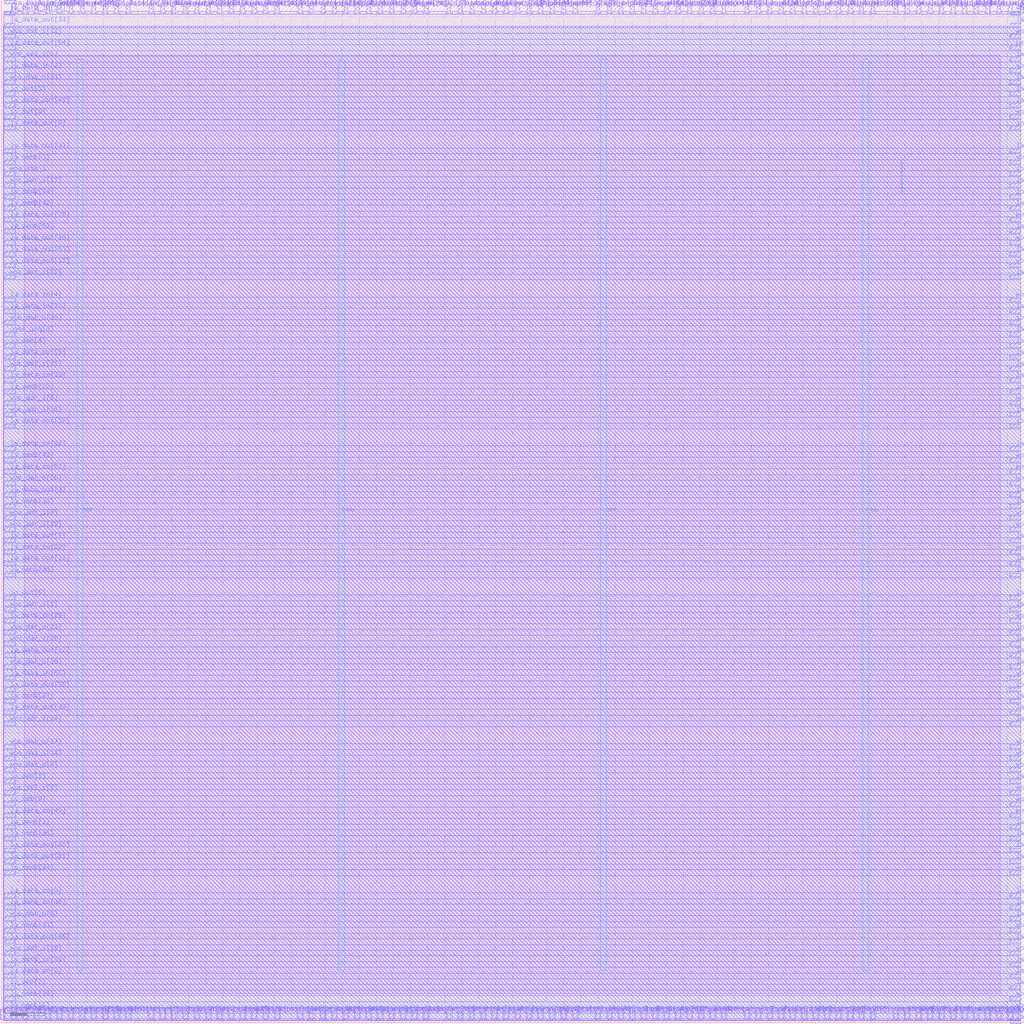
<source format=lef>
VERSION 5.7 ;
  NOWIREEXTENSIONATPIN ON ;
  DIVIDERCHAR "/" ;
  BUSBITCHARS "[]" ;
MACRO top_wrapper
  CLASS BLOCK ;
  FOREIGN top_wrapper ;
  ORIGIN 0.000 0.000 ;
  SIZE 300.000 BY 300.000 ;
  PIN io_in[0]
    DIRECTION INPUT ;
    USE SIGNAL ;
    PORT
      LAYER Metal3 ;
        RECT 296.000 184.520 299.000 185.640 ;
    END
  END io_in[0]
  PIN io_in[1]
    DIRECTION INPUT ;
    USE SIGNAL ;
    PORT
      LAYER Metal3 ;
        RECT 296.000 241.640 299.000 242.760 ;
    END
  END io_in[1]
  PIN io_in[2]
    DIRECTION INPUT ;
    USE SIGNAL ;
    PORT
      LAYER Metal2 ;
        RECT 26.600 296.000 27.720 299.000 ;
    END
  END io_in[2]
  PIN io_in[3]
    DIRECTION INPUT ;
    USE SIGNAL ;
    PORT
      LAYER Metal2 ;
        RECT 292.040 296.000 293.160 299.000 ;
    END
  END io_in[3]
  PIN io_in[4]
    DIRECTION INPUT ;
    USE SIGNAL ;
    PORT
      LAYER Metal2 ;
        RECT 140.840 1.000 141.960 4.000 ;
    END
  END io_in[4]
  PIN io_in[5]
    DIRECTION INPUT ;
    USE SIGNAL ;
    PORT
      LAYER Metal3 ;
        RECT 296.000 113.960 299.000 115.080 ;
    END
  END io_in[5]
  PIN io_in[6]
    DIRECTION INPUT ;
    USE SIGNAL ;
    PORT
      LAYER Metal2 ;
        RECT 228.200 296.000 229.320 299.000 ;
    END
  END io_in[6]
  PIN io_in[7]
    DIRECTION INPUT ;
    USE SIGNAL ;
    PORT
      LAYER Metal2 ;
        RECT 295.400 296.000 296.520 299.000 ;
    END
  END io_in[7]
  PIN io_in[8]
    DIRECTION INPUT ;
    USE SIGNAL ;
    PORT
      LAYER Metal3 ;
        RECT 296.000 97.160 299.000 98.280 ;
    END
  END io_in[8]
  PIN io_in[9]
    DIRECTION INPUT ;
    USE SIGNAL ;
    PORT
      LAYER Metal2 ;
        RECT 56.840 1.000 57.960 4.000 ;
    END
  END io_in[9]
  PIN io_oeb[0]
    DIRECTION OUTPUT TRISTATE ;
    USE SIGNAL ;
    PORT
      LAYER Metal3 ;
        RECT 296.000 261.800 299.000 262.920 ;
    END
  END io_oeb[0]
  PIN io_oeb[1]
    DIRECTION OUTPUT TRISTATE ;
    USE SIGNAL ;
    PORT
      LAYER Metal2 ;
        RECT 110.600 296.000 111.720 299.000 ;
    END
  END io_oeb[1]
  PIN io_oeb[2]
    DIRECTION OUTPUT TRISTATE ;
    USE SIGNAL ;
    PORT
      LAYER Metal3 ;
        RECT 1.000 9.800 4.000 10.920 ;
    END
  END io_oeb[2]
  PIN io_oeb[3]
    DIRECTION OUTPUT TRISTATE ;
    USE SIGNAL ;
    PORT
      LAYER Metal3 ;
        RECT 1.000 70.280 4.000 71.400 ;
    END
  END io_oeb[3]
  PIN io_oeb[4]
    DIRECTION OUTPUT TRISTATE ;
    USE SIGNAL ;
    PORT
      LAYER Metal3 ;
        RECT 1.000 197.960 4.000 199.080 ;
    END
  END io_oeb[4]
  PIN io_oeb[5]
    DIRECTION OUTPUT TRISTATE ;
    USE SIGNAL ;
    PORT
      LAYER Metal2 ;
        RECT 194.600 1.000 195.720 4.000 ;
    END
  END io_oeb[5]
  PIN io_oeb[6]
    DIRECTION OUTPUT TRISTATE ;
    USE SIGNAL ;
    PORT
      LAYER Metal2 ;
        RECT 23.240 296.000 24.360 299.000 ;
    END
  END io_oeb[6]
  PIN io_oeb[7]
    DIRECTION OUTPUT TRISTATE ;
    USE SIGNAL ;
    PORT
      LAYER Metal2 ;
        RECT 181.160 296.000 182.280 299.000 ;
    END
  END io_oeb[7]
  PIN io_oeb[8]
    DIRECTION OUTPUT TRISTATE ;
    USE SIGNAL ;
    PORT
      LAYER Metal2 ;
        RECT 174.440 1.000 175.560 4.000 ;
    END
  END io_oeb[8]
  PIN io_oeb[9]
    DIRECTION OUTPUT TRISTATE ;
    USE SIGNAL ;
    PORT
      LAYER Metal3 ;
        RECT 1.000 63.560 4.000 64.680 ;
    END
  END io_oeb[9]
  PIN io_out[0]
    DIRECTION OUTPUT TRISTATE ;
    USE SIGNAL ;
    PORT
      LAYER Metal3 ;
        RECT 1.000 265.160 4.000 266.280 ;
    END
  END io_out[0]
  PIN io_out[1]
    DIRECTION OUTPUT TRISTATE ;
    USE SIGNAL ;
    PORT
      LAYER Metal3 ;
        RECT 296.000 204.680 299.000 205.800 ;
    END
  END io_out[1]
  PIN io_out[2]
    DIRECTION OUTPUT TRISTATE ;
    USE SIGNAL ;
    PORT
      LAYER Metal3 ;
        RECT 1.000 271.880 4.000 273.000 ;
    END
  END io_out[2]
  PIN io_out[3]
    DIRECTION OUTPUT TRISTATE ;
    USE SIGNAL ;
    PORT
      LAYER Metal2 ;
        RECT 245.000 1.000 246.120 4.000 ;
    END
  END io_out[3]
  PIN io_out[4]
    DIRECTION OUTPUT TRISTATE ;
    USE SIGNAL ;
    PORT
      LAYER Metal3 ;
        RECT 296.000 248.360 299.000 249.480 ;
    END
  END io_out[4]
  PIN io_out[5]
    DIRECTION OUTPUT TRISTATE ;
    USE SIGNAL ;
    PORT
      LAYER Metal3 ;
        RECT 1.000 124.040 4.000 125.160 ;
    END
  END io_out[5]
  PIN io_out[6]
    DIRECTION OUTPUT TRISTATE ;
    USE SIGNAL ;
    PORT
      LAYER Metal2 ;
        RECT 13.160 296.000 14.280 299.000 ;
    END
  END io_out[6]
  PIN io_out[7]
    DIRECTION OUTPUT TRISTATE ;
    USE SIGNAL ;
    PORT
      LAYER Metal3 ;
        RECT 296.000 174.440 299.000 175.560 ;
    END
  END io_out[7]
  PIN io_out[8]
    DIRECTION OUTPUT TRISTATE ;
    USE SIGNAL ;
    PORT
      LAYER Metal2 ;
        RECT 281.960 296.000 283.080 299.000 ;
    END
  END io_out[8]
  PIN io_out[9]
    DIRECTION OUTPUT TRISTATE ;
    USE SIGNAL ;
    PORT
      LAYER Metal2 ;
        RECT 60.200 296.000 61.320 299.000 ;
    END
  END io_out[9]
  PIN la_data_in[0]
    DIRECTION INPUT ;
    USE SIGNAL ;
    PORT
      LAYER Metal3 ;
        RECT 296.000 134.120 299.000 135.240 ;
    END
  END la_data_in[0]
  PIN la_data_in[10]
    DIRECTION INPUT ;
    USE SIGNAL ;
    PORT
      LAYER Metal2 ;
        RECT 103.880 1.000 105.000 4.000 ;
    END
  END la_data_in[10]
  PIN la_data_in[11]
    DIRECTION INPUT ;
    USE SIGNAL ;
    PORT
      LAYER Metal3 ;
        RECT 296.000 23.240 299.000 24.360 ;
    END
  END la_data_in[11]
  PIN la_data_in[12]
    DIRECTION INPUT ;
    USE SIGNAL ;
    PORT
      LAYER Metal3 ;
        RECT 296.000 110.600 299.000 111.720 ;
    END
  END la_data_in[12]
  PIN la_data_in[13]
    DIRECTION INPUT ;
    USE SIGNAL ;
    PORT
      LAYER Metal2 ;
        RECT 285.320 296.000 286.440 299.000 ;
    END
  END la_data_in[13]
  PIN la_data_in[14]
    DIRECTION INPUT ;
    USE SIGNAL ;
    PORT
      LAYER Metal2 ;
        RECT 147.560 1.000 148.680 4.000 ;
    END
  END la_data_in[14]
  PIN la_data_in[15]
    DIRECTION INPUT ;
    USE SIGNAL ;
    PORT
      LAYER Metal3 ;
        RECT 296.000 124.040 299.000 125.160 ;
    END
  END la_data_in[15]
  PIN la_data_in[16]
    DIRECTION INPUT ;
    USE SIGNAL ;
    PORT
      LAYER Metal2 ;
        RECT 3.080 296.000 4.200 299.000 ;
    END
  END la_data_in[16]
  PIN la_data_in[17]
    DIRECTION INPUT ;
    USE SIGNAL ;
    PORT
      LAYER Metal3 ;
        RECT 1.000 295.400 4.000 296.520 ;
    END
  END la_data_in[17]
  PIN la_data_in[18]
    DIRECTION INPUT ;
    USE SIGNAL ;
    PORT
      LAYER Metal2 ;
        RECT 87.080 1.000 88.200 4.000 ;
    END
  END la_data_in[18]
  PIN la_data_in[19]
    DIRECTION INPUT ;
    USE SIGNAL ;
    PORT
      LAYER Metal2 ;
        RECT 224.840 1.000 225.960 4.000 ;
    END
  END la_data_in[19]
  PIN la_data_in[1]
    DIRECTION INPUT ;
    USE SIGNAL ;
    PORT
      LAYER Metal2 ;
        RECT 224.840 296.000 225.960 299.000 ;
    END
  END la_data_in[1]
  PIN la_data_in[20]
    DIRECTION INPUT ;
    USE SIGNAL ;
    PORT
      LAYER Metal2 ;
        RECT 113.960 296.000 115.080 299.000 ;
    END
  END la_data_in[20]
  PIN la_data_in[21]
    DIRECTION INPUT ;
    USE SIGNAL ;
    PORT
      LAYER Metal3 ;
        RECT 296.000 130.760 299.000 131.880 ;
    END
  END la_data_in[21]
  PIN la_data_in[22]
    DIRECTION INPUT ;
    USE SIGNAL ;
    PORT
      LAYER Metal3 ;
        RECT 1.000 137.480 4.000 138.600 ;
    END
  END la_data_in[22]
  PIN la_data_in[23]
    DIRECTION INPUT ;
    USE SIGNAL ;
    PORT
      LAYER Metal2 ;
        RECT 50.120 296.000 51.240 299.000 ;
    END
  END la_data_in[23]
  PIN la_data_in[24]
    DIRECTION INPUT ;
    USE SIGNAL ;
    PORT
      LAYER Metal2 ;
        RECT 117.320 1.000 118.440 4.000 ;
    END
  END la_data_in[24]
  PIN la_data_in[25]
    DIRECTION INPUT ;
    USE SIGNAL ;
    PORT
      LAYER Metal2 ;
        RECT 144.200 296.000 145.320 299.000 ;
    END
  END la_data_in[25]
  PIN la_data_in[26]
    DIRECTION INPUT ;
    USE SIGNAL ;
    PORT
      LAYER Metal3 ;
        RECT 296.000 208.040 299.000 209.160 ;
    END
  END la_data_in[26]
  PIN la_data_in[27]
    DIRECTION INPUT ;
    USE SIGNAL ;
    PORT
      LAYER Metal2 ;
        RECT 265.160 296.000 266.280 299.000 ;
    END
  END la_data_in[27]
  PIN la_data_in[28]
    DIRECTION INPUT ;
    USE SIGNAL ;
    PORT
      LAYER Metal3 ;
        RECT 1.000 117.320 4.000 118.440 ;
    END
  END la_data_in[28]
  PIN la_data_in[29]
    DIRECTION INPUT ;
    USE SIGNAL ;
    PORT
      LAYER Metal3 ;
        RECT 296.000 33.320 299.000 34.440 ;
    END
  END la_data_in[29]
  PIN la_data_in[2]
    DIRECTION INPUT ;
    USE SIGNAL ;
    PORT
      LAYER Metal3 ;
        RECT 1.000 278.600 4.000 279.720 ;
    END
  END la_data_in[2]
  PIN la_data_in[30]
    DIRECTION INPUT ;
    USE SIGNAL ;
    PORT
      LAYER Metal3 ;
        RECT 296.000 281.960 299.000 283.080 ;
    END
  END la_data_in[30]
  PIN la_data_in[31]
    DIRECTION INPUT ;
    USE SIGNAL ;
    PORT
      LAYER Metal3 ;
        RECT 296.000 187.880 299.000 189.000 ;
    END
  END la_data_in[31]
  PIN la_data_in[32]
    DIRECTION INPUT ;
    USE SIGNAL ;
    PORT
      LAYER Metal3 ;
        RECT 1.000 208.040 4.000 209.160 ;
    END
  END la_data_in[32]
  PIN la_data_in[33]
    DIRECTION INPUT ;
    USE SIGNAL ;
    PORT
      LAYER Metal2 ;
        RECT 275.240 1.000 276.360 4.000 ;
    END
  END la_data_in[33]
  PIN la_data_in[34]
    DIRECTION INPUT ;
    USE SIGNAL ;
    PORT
      LAYER Metal3 ;
        RECT 296.000 46.760 299.000 47.880 ;
    END
  END la_data_in[34]
  PIN la_data_in[35]
    DIRECTION INPUT ;
    USE SIGNAL ;
    PORT
      LAYER Metal2 ;
        RECT 248.360 296.000 249.480 299.000 ;
    END
  END la_data_in[35]
  PIN la_data_in[36]
    DIRECTION INPUT ;
    USE SIGNAL ;
    PORT
      LAYER Metal2 ;
        RECT 36.680 296.000 37.800 299.000 ;
    END
  END la_data_in[36]
  PIN la_data_in[37]
    DIRECTION INPUT ;
    USE SIGNAL ;
    PORT
      LAYER Metal2 ;
        RECT 261.800 296.000 262.920 299.000 ;
    END
  END la_data_in[37]
  PIN la_data_in[38]
    DIRECTION INPUT ;
    USE SIGNAL ;
    PORT
      LAYER Metal3 ;
        RECT 1.000 187.880 4.000 189.000 ;
    END
  END la_data_in[38]
  PIN la_data_in[39]
    DIRECTION INPUT ;
    USE SIGNAL ;
    PORT
      LAYER Metal2 ;
        RECT 73.640 296.000 74.760 299.000 ;
    END
  END la_data_in[39]
  PIN la_data_in[3]
    DIRECTION INPUT ;
    USE SIGNAL ;
    PORT
      LAYER Metal3 ;
        RECT 1.000 13.160 4.000 14.280 ;
    END
  END la_data_in[3]
  PIN la_data_in[40]
    DIRECTION INPUT ;
    USE SIGNAL ;
    PORT
      LAYER Metal2 ;
        RECT 130.760 296.000 131.880 299.000 ;
    END
  END la_data_in[40]
  PIN la_data_in[41]
    DIRECTION INPUT ;
    USE SIGNAL ;
    PORT
      LAYER Metal2 ;
        RECT 77.000 1.000 78.120 4.000 ;
    END
  END la_data_in[41]
  PIN la_data_in[42]
    DIRECTION INPUT ;
    USE SIGNAL ;
    PORT
      LAYER Metal3 ;
        RECT 296.000 50.120 299.000 51.240 ;
    END
  END la_data_in[42]
  PIN la_data_in[43]
    DIRECTION INPUT ;
    USE SIGNAL ;
    PORT
      LAYER Metal2 ;
        RECT 271.880 296.000 273.000 299.000 ;
    END
  END la_data_in[43]
  PIN la_data_in[44]
    DIRECTION INPUT ;
    USE SIGNAL ;
    PORT
      LAYER Metal2 ;
        RECT 167.720 1.000 168.840 4.000 ;
    END
  END la_data_in[44]
  PIN la_data_in[45]
    DIRECTION INPUT ;
    USE SIGNAL ;
    PORT
      LAYER Metal3 ;
        RECT 296.000 191.240 299.000 192.360 ;
    END
  END la_data_in[45]
  PIN la_data_in[46]
    DIRECTION INPUT ;
    USE SIGNAL ;
    PORT
      LAYER Metal3 ;
        RECT 1.000 33.320 4.000 34.440 ;
    END
  END la_data_in[46]
  PIN la_data_in[47]
    DIRECTION INPUT ;
    USE SIGNAL ;
    PORT
      LAYER Metal3 ;
        RECT 296.000 29.960 299.000 31.080 ;
    END
  END la_data_in[47]
  PIN la_data_in[48]
    DIRECTION INPUT ;
    USE SIGNAL ;
    PORT
      LAYER Metal2 ;
        RECT 137.480 1.000 138.600 4.000 ;
    END
  END la_data_in[48]
  PIN la_data_in[49]
    DIRECTION INPUT ;
    USE SIGNAL ;
    PORT
      LAYER Metal3 ;
        RECT 1.000 60.200 4.000 61.320 ;
    END
  END la_data_in[49]
  PIN la_data_in[4]
    DIRECTION INPUT ;
    USE SIGNAL ;
    PORT
      LAYER Metal3 ;
        RECT 1.000 211.400 4.000 212.520 ;
    END
  END la_data_in[4]
  PIN la_data_in[50]
    DIRECTION INPUT ;
    USE SIGNAL ;
    PORT
      LAYER Metal3 ;
        RECT 1.000 16.520 4.000 17.640 ;
    END
  END la_data_in[50]
  PIN la_data_in[51]
    DIRECTION INPUT ;
    USE SIGNAL ;
    PORT
      LAYER Metal3 ;
        RECT 1.000 161.000 4.000 162.120 ;
    END
  END la_data_in[51]
  PIN la_data_in[52]
    DIRECTION INPUT ;
    USE SIGNAL ;
    PORT
      LAYER Metal2 ;
        RECT 87.080 296.000 88.200 299.000 ;
    END
  END la_data_in[52]
  PIN la_data_in[53]
    DIRECTION INPUT ;
    USE SIGNAL ;
    PORT
      LAYER Metal3 ;
        RECT 296.000 13.160 299.000 14.280 ;
    END
  END la_data_in[53]
  PIN la_data_in[54]
    DIRECTION INPUT ;
    USE SIGNAL ;
    PORT
      LAYER Metal3 ;
        RECT 296.000 70.280 299.000 71.400 ;
    END
  END la_data_in[54]
  PIN la_data_in[55]
    DIRECTION INPUT ;
    USE SIGNAL ;
    PORT
      LAYER Metal3 ;
        RECT 1.000 100.520 4.000 101.640 ;
    END
  END la_data_in[55]
  PIN la_data_in[56]
    DIRECTION INPUT ;
    USE SIGNAL ;
    PORT
      LAYER Metal2 ;
        RECT 124.040 1.000 125.160 4.000 ;
    END
  END la_data_in[56]
  PIN la_data_in[57]
    DIRECTION INPUT ;
    USE SIGNAL ;
    PORT
      LAYER Metal2 ;
        RECT 191.240 1.000 192.360 4.000 ;
    END
  END la_data_in[57]
  PIN la_data_in[58]
    DIRECTION INPUT ;
    USE SIGNAL ;
    PORT
      LAYER Metal2 ;
        RECT 107.240 296.000 108.360 299.000 ;
    END
  END la_data_in[58]
  PIN la_data_in[59]
    DIRECTION INPUT ;
    USE SIGNAL ;
    PORT
      LAYER Metal3 ;
        RECT 296.000 275.240 299.000 276.360 ;
    END
  END la_data_in[59]
  PIN la_data_in[5]
    DIRECTION INPUT ;
    USE SIGNAL ;
    PORT
      LAYER Metal2 ;
        RECT 120.680 296.000 121.800 299.000 ;
    END
  END la_data_in[5]
  PIN la_data_in[60]
    DIRECTION INPUT ;
    USE SIGNAL ;
    PORT
      LAYER Metal2 ;
        RECT 281.960 1.000 283.080 4.000 ;
    END
  END la_data_in[60]
  PIN la_data_in[61]
    DIRECTION INPUT ;
    USE SIGNAL ;
    PORT
      LAYER Metal2 ;
        RECT 97.160 1.000 98.280 4.000 ;
    END
  END la_data_in[61]
  PIN la_data_in[62]
    DIRECTION INPUT ;
    USE SIGNAL ;
    PORT
      LAYER Metal3 ;
        RECT 1.000 167.720 4.000 168.840 ;
    END
  END la_data_in[62]
  PIN la_data_in[63]
    DIRECTION INPUT ;
    USE SIGNAL ;
    PORT
      LAYER Metal3 ;
        RECT 296.000 56.840 299.000 57.960 ;
    END
  END la_data_in[63]
  PIN la_data_in[6]
    DIRECTION INPUT ;
    USE SIGNAL ;
    PORT
      LAYER Metal2 ;
        RECT 36.680 1.000 37.800 4.000 ;
    END
  END la_data_in[6]
  PIN la_data_in[7]
    DIRECTION INPUT ;
    USE SIGNAL ;
    PORT
      LAYER Metal2 ;
        RECT 33.320 296.000 34.440 299.000 ;
    END
  END la_data_in[7]
  PIN la_data_in[8]
    DIRECTION INPUT ;
    USE SIGNAL ;
    PORT
      LAYER Metal2 ;
        RECT 77.000 296.000 78.120 299.000 ;
    END
  END la_data_in[8]
  PIN la_data_in[9]
    DIRECTION INPUT ;
    USE SIGNAL ;
    PORT
      LAYER Metal3 ;
        RECT 1.000 36.680 4.000 37.800 ;
    END
  END la_data_in[9]
  PIN la_data_out[0]
    DIRECTION OUTPUT TRISTATE ;
    USE SIGNAL ;
    PORT
      LAYER Metal3 ;
        RECT 296.000 -0.280 299.000 0.840 ;
    END
  END la_data_out[0]
  PIN la_data_out[10]
    DIRECTION OUTPUT TRISTATE ;
    USE SIGNAL ;
    PORT
      LAYER Metal2 ;
        RECT 288.680 296.000 289.800 299.000 ;
    END
  END la_data_out[10]
  PIN la_data_out[11]
    DIRECTION OUTPUT TRISTATE ;
    USE SIGNAL ;
    PORT
      LAYER Metal3 ;
        RECT 1.000 134.120 4.000 135.240 ;
    END
  END la_data_out[11]
  PIN la_data_out[12]
    DIRECTION OUTPUT TRISTATE ;
    USE SIGNAL ;
    PORT
      LAYER Metal3 ;
        RECT 1.000 107.240 4.000 108.360 ;
    END
  END la_data_out[12]
  PIN la_data_out[13]
    DIRECTION OUTPUT TRISTATE ;
    USE SIGNAL ;
    PORT
      LAYER Metal2 ;
        RECT 73.640 1.000 74.760 4.000 ;
    END
  END la_data_out[13]
  PIN la_data_out[14]
    DIRECTION OUTPUT TRISTATE ;
    USE SIGNAL ;
    PORT
      LAYER Metal2 ;
        RECT 288.680 1.000 289.800 4.000 ;
    END
  END la_data_out[14]
  PIN la_data_out[15]
    DIRECTION OUTPUT TRISTATE ;
    USE SIGNAL ;
    PORT
      LAYER Metal3 ;
        RECT 1.000 228.200 4.000 229.320 ;
    END
  END la_data_out[15]
  PIN la_data_out[16]
    DIRECTION OUTPUT TRISTATE ;
    USE SIGNAL ;
    PORT
      LAYER Metal3 ;
        RECT 296.000 16.520 299.000 17.640 ;
    END
  END la_data_out[16]
  PIN la_data_out[17]
    DIRECTION OUTPUT TRISTATE ;
    USE SIGNAL ;
    PORT
      LAYER Metal3 ;
        RECT 1.000 221.480 4.000 222.600 ;
    END
  END la_data_out[17]
  PIN la_data_out[18]
    DIRECTION OUTPUT TRISTATE ;
    USE SIGNAL ;
    PORT
      LAYER Metal2 ;
        RECT 234.920 1.000 236.040 4.000 ;
    END
  END la_data_out[18]
  PIN la_data_out[19]
    DIRECTION OUTPUT TRISTATE ;
    USE SIGNAL ;
    PORT
      LAYER Metal2 ;
        RECT 110.600 1.000 111.720 4.000 ;
    END
  END la_data_out[19]
  PIN la_data_out[1]
    DIRECTION OUTPUT TRISTATE ;
    USE SIGNAL ;
    PORT
      LAYER Metal3 ;
        RECT 1.000 140.840 4.000 141.960 ;
    END
  END la_data_out[1]
  PIN la_data_out[20]
    DIRECTION OUTPUT TRISTATE ;
    USE SIGNAL ;
    PORT
      LAYER Metal3 ;
        RECT 1.000 174.440 4.000 175.560 ;
    END
  END la_data_out[20]
  PIN la_data_out[21]
    DIRECTION OUTPUT TRISTATE ;
    USE SIGNAL ;
    PORT
      LAYER Metal2 ;
        RECT 140.840 296.000 141.960 299.000 ;
    END
  END la_data_out[21]
  PIN la_data_out[22]
    DIRECTION OUTPUT TRISTATE ;
    USE SIGNAL ;
    PORT
      LAYER Metal2 ;
        RECT 16.520 296.000 17.640 299.000 ;
    END
  END la_data_out[22]
  PIN la_data_out[23]
    DIRECTION OUTPUT TRISTATE ;
    USE SIGNAL ;
    PORT
      LAYER Metal3 ;
        RECT 296.000 140.840 299.000 141.960 ;
    END
  END la_data_out[23]
  PIN la_data_out[24]
    DIRECTION OUTPUT TRISTATE ;
    USE SIGNAL ;
    PORT
      LAYER Metal2 ;
        RECT 278.600 1.000 279.720 4.000 ;
    END
  END la_data_out[24]
  PIN la_data_out[25]
    DIRECTION OUTPUT TRISTATE ;
    USE SIGNAL ;
    PORT
      LAYER Metal2 ;
        RECT 191.240 296.000 192.360 299.000 ;
    END
  END la_data_out[25]
  PIN la_data_out[26]
    DIRECTION OUTPUT TRISTATE ;
    USE SIGNAL ;
    PORT
      LAYER Metal2 ;
        RECT 241.640 1.000 242.760 4.000 ;
    END
  END la_data_out[26]
  PIN la_data_out[27]
    DIRECTION OUTPUT TRISTATE ;
    USE SIGNAL ;
    PORT
      LAYER Metal2 ;
        RECT 6.440 296.000 7.560 299.000 ;
    END
  END la_data_out[27]
  PIN la_data_out[28]
    DIRECTION OUTPUT TRISTATE ;
    USE SIGNAL ;
    PORT
      LAYER Metal2 ;
        RECT 70.280 296.000 71.400 299.000 ;
    END
  END la_data_out[28]
  PIN la_data_out[29]
    DIRECTION OUTPUT TRISTATE ;
    USE SIGNAL ;
    PORT
      LAYER Metal2 ;
        RECT 245.000 296.000 246.120 299.000 ;
    END
  END la_data_out[29]
  PIN la_data_out[2]
    DIRECTION OUTPUT TRISTATE ;
    USE SIGNAL ;
    PORT
      LAYER Metal2 ;
        RECT 80.360 1.000 81.480 4.000 ;
    END
  END la_data_out[2]
  PIN la_data_out[30]
    DIRECTION OUTPUT TRISTATE ;
    USE SIGNAL ;
    PORT
      LAYER Metal2 ;
        RECT 80.360 296.000 81.480 299.000 ;
    END
  END la_data_out[30]
  PIN la_data_out[31]
    DIRECTION OUTPUT TRISTATE ;
    USE SIGNAL ;
    PORT
      LAYER Metal3 ;
        RECT 296.000 150.920 299.000 152.040 ;
    END
  END la_data_out[31]
  PIN la_data_out[32]
    DIRECTION OUTPUT TRISTATE ;
    USE SIGNAL ;
    PORT
      LAYER Metal2 ;
        RECT 46.760 296.000 47.880 299.000 ;
    END
  END la_data_out[32]
  PIN la_data_out[33]
    DIRECTION OUTPUT TRISTATE ;
    USE SIGNAL ;
    PORT
      LAYER Metal3 ;
        RECT 296.000 201.320 299.000 202.440 ;
    END
  END la_data_out[33]
  PIN la_data_out[34]
    DIRECTION OUTPUT TRISTATE ;
    USE SIGNAL ;
    PORT
      LAYER Metal3 ;
        RECT 1.000 292.040 4.000 293.160 ;
    END
  END la_data_out[34]
  PIN la_data_out[35]
    DIRECTION OUTPUT TRISTATE ;
    USE SIGNAL ;
    PORT
      LAYER Metal3 ;
        RECT 1.000 234.920 4.000 236.040 ;
    END
  END la_data_out[35]
  PIN la_data_out[36]
    DIRECTION OUTPUT TRISTATE ;
    USE SIGNAL ;
    PORT
      LAYER Metal3 ;
        RECT 296.000 231.560 299.000 232.680 ;
    END
  END la_data_out[36]
  PIN la_data_out[37]
    DIRECTION OUTPUT TRISTATE ;
    USE SIGNAL ;
    PORT
      LAYER Metal3 ;
        RECT 296.000 255.080 299.000 256.200 ;
    END
  END la_data_out[37]
  PIN la_data_out[38]
    DIRECTION OUTPUT TRISTATE ;
    USE SIGNAL ;
    PORT
      LAYER Metal3 ;
        RECT 1.000 97.160 4.000 98.280 ;
    END
  END la_data_out[38]
  PIN la_data_out[39]
    DIRECTION OUTPUT TRISTATE ;
    USE SIGNAL ;
    PORT
      LAYER Metal2 ;
        RECT 255.080 1.000 256.200 4.000 ;
    END
  END la_data_out[39]
  PIN la_data_out[3]
    DIRECTION OUTPUT TRISTATE ;
    USE SIGNAL ;
    PORT
      LAYER Metal3 ;
        RECT 1.000 154.280 4.000 155.400 ;
    END
  END la_data_out[3]
  PIN la_data_out[40]
    DIRECTION OUTPUT TRISTATE ;
    USE SIGNAL ;
    PORT
      LAYER Metal3 ;
        RECT 296.000 292.040 299.000 293.160 ;
    END
  END la_data_out[40]
  PIN la_data_out[41]
    DIRECTION OUTPUT TRISTATE ;
    USE SIGNAL ;
    PORT
      LAYER Metal3 ;
        RECT 1.000 255.080 4.000 256.200 ;
    END
  END la_data_out[41]
  PIN la_data_out[42]
    DIRECTION OUTPUT TRISTATE ;
    USE SIGNAL ;
    PORT
      LAYER Metal3 ;
        RECT 296.000 120.680 299.000 121.800 ;
    END
  END la_data_out[42]
  PIN la_data_out[43]
    DIRECTION OUTPUT TRISTATE ;
    USE SIGNAL ;
    PORT
      LAYER Metal3 ;
        RECT 1.000 268.520 4.000 269.640 ;
    END
  END la_data_out[43]
  PIN la_data_out[44]
    DIRECTION OUTPUT TRISTATE ;
    USE SIGNAL ;
    PORT
      LAYER Metal2 ;
        RECT 93.800 1.000 94.920 4.000 ;
    END
  END la_data_out[44]
  PIN la_data_out[45]
    DIRECTION OUTPUT TRISTATE ;
    USE SIGNAL ;
    PORT
      LAYER Metal3 ;
        RECT 1.000 23.240 4.000 24.360 ;
    END
  END la_data_out[45]
  PIN la_data_out[46]
    DIRECTION OUTPUT TRISTATE ;
    USE SIGNAL ;
    PORT
      LAYER Metal3 ;
        RECT 296.000 194.600 299.000 195.720 ;
    END
  END la_data_out[46]
  PIN la_data_out[47]
    DIRECTION OUTPUT TRISTATE ;
    USE SIGNAL ;
    PORT
      LAYER Metal2 ;
        RECT 66.920 296.000 68.040 299.000 ;
    END
  END la_data_out[47]
  PIN la_data_out[48]
    DIRECTION OUTPUT TRISTATE ;
    USE SIGNAL ;
    PORT
      LAYER Metal2 ;
        RECT 298.760 296.000 299.880 299.000 ;
    END
  END la_data_out[48]
  PIN la_data_out[49]
    DIRECTION OUTPUT TRISTATE ;
    USE SIGNAL ;
    PORT
      LAYER Metal3 ;
        RECT 1.000 90.440 4.000 91.560 ;
    END
  END la_data_out[49]
  PIN la_data_out[4]
    DIRECTION OUTPUT TRISTATE ;
    USE SIGNAL ;
    PORT
      LAYER Metal3 ;
        RECT 296.000 53.480 299.000 54.600 ;
    END
  END la_data_out[4]
  PIN la_data_out[50]
    DIRECTION OUTPUT TRISTATE ;
    USE SIGNAL ;
    PORT
      LAYER Metal2 ;
        RECT 157.640 296.000 158.760 299.000 ;
    END
  END la_data_out[50]
  PIN la_data_out[51]
    DIRECTION OUTPUT TRISTATE ;
    USE SIGNAL ;
    PORT
      LAYER Metal2 ;
        RECT 16.520 1.000 17.640 4.000 ;
    END
  END la_data_out[51]
  PIN la_data_out[52]
    DIRECTION OUTPUT TRISTATE ;
    USE SIGNAL ;
    PORT
      LAYER Metal2 ;
        RECT 251.720 1.000 252.840 4.000 ;
    END
  END la_data_out[52]
  PIN la_data_out[53]
    DIRECTION OUTPUT TRISTATE ;
    USE SIGNAL ;
    PORT
      LAYER Metal3 ;
        RECT 1.000 224.840 4.000 225.960 ;
    END
  END la_data_out[53]
  PIN la_data_out[54]
    DIRECTION OUTPUT TRISTATE ;
    USE SIGNAL ;
    PORT
      LAYER Metal3 ;
        RECT 1.000 285.320 4.000 286.440 ;
    END
  END la_data_out[54]
  PIN la_data_out[55]
    DIRECTION OUTPUT TRISTATE ;
    USE SIGNAL ;
    PORT
      LAYER Metal2 ;
        RECT 120.680 1.000 121.800 4.000 ;
    END
  END la_data_out[55]
  PIN la_data_out[56]
    DIRECTION OUTPUT TRISTATE ;
    USE SIGNAL ;
    PORT
      LAYER Metal2 ;
        RECT 204.680 296.000 205.800 299.000 ;
    END
  END la_data_out[56]
  PIN la_data_out[57]
    DIRECTION OUTPUT TRISTATE ;
    USE SIGNAL ;
    PORT
      LAYER Metal3 ;
        RECT 296.000 238.280 299.000 239.400 ;
    END
  END la_data_out[57]
  PIN la_data_out[58]
    DIRECTION OUTPUT TRISTATE ;
    USE SIGNAL ;
    PORT
      LAYER Metal2 ;
        RECT 63.560 296.000 64.680 299.000 ;
    END
  END la_data_out[58]
  PIN la_data_out[59]
    DIRECTION OUTPUT TRISTATE ;
    USE SIGNAL ;
    PORT
      LAYER Metal3 ;
        RECT 296.000 154.280 299.000 155.400 ;
    END
  END la_data_out[59]
  PIN la_data_out[5]
    DIRECTION OUTPUT TRISTATE ;
    USE SIGNAL ;
    PORT
      LAYER Metal3 ;
        RECT 1.000 194.600 4.000 195.720 ;
    END
  END la_data_out[5]
  PIN la_data_out[60]
    DIRECTION OUTPUT TRISTATE ;
    USE SIGNAL ;
    PORT
      LAYER Metal3 ;
        RECT 1.000 50.120 4.000 51.240 ;
    END
  END la_data_out[60]
  PIN la_data_out[61]
    DIRECTION OUTPUT TRISTATE ;
    USE SIGNAL ;
    PORT
      LAYER Metal3 ;
        RECT 1.000 46.760 4.000 47.880 ;
    END
  END la_data_out[61]
  PIN la_data_out[62]
    DIRECTION OUTPUT TRISTATE ;
    USE SIGNAL ;
    PORT
      LAYER Metal2 ;
        RECT 184.520 296.000 185.640 299.000 ;
    END
  END la_data_out[62]
  PIN la_data_out[63]
    DIRECTION OUTPUT TRISTATE ;
    USE SIGNAL ;
    PORT
      LAYER Metal2 ;
        RECT 103.880 296.000 105.000 299.000 ;
    END
  END la_data_out[63]
  PIN la_data_out[6]
    DIRECTION OUTPUT TRISTATE ;
    USE SIGNAL ;
    PORT
      LAYER Metal3 ;
        RECT 296.000 9.800 299.000 10.920 ;
    END
  END la_data_out[6]
  PIN la_data_out[7]
    DIRECTION OUTPUT TRISTATE ;
    USE SIGNAL ;
    PORT
      LAYER Metal2 ;
        RECT 134.120 296.000 135.240 299.000 ;
    END
  END la_data_out[7]
  PIN la_data_out[8]
    DIRECTION OUTPUT TRISTATE ;
    USE SIGNAL ;
    PORT
      LAYER Metal2 ;
        RECT 56.840 296.000 57.960 299.000 ;
    END
  END la_data_out[8]
  PIN la_data_out[9]
    DIRECTION OUTPUT TRISTATE ;
    USE SIGNAL ;
    PORT
      LAYER Metal3 ;
        RECT 1.000 261.800 4.000 262.920 ;
    END
  END la_data_out[9]
  PIN la_oenb[0]
    DIRECTION INPUT ;
    USE SIGNAL ;
    PORT
      LAYER Metal3 ;
        RECT 296.000 36.680 299.000 37.800 ;
    END
  END la_oenb[0]
  PIN la_oenb[10]
    DIRECTION INPUT ;
    USE SIGNAL ;
    PORT
      LAYER Metal3 ;
        RECT 1.000 150.920 4.000 152.040 ;
    END
  END la_oenb[10]
  PIN la_oenb[11]
    DIRECTION INPUT ;
    USE SIGNAL ;
    PORT
      LAYER Metal3 ;
        RECT 296.000 87.080 299.000 88.200 ;
    END
  END la_oenb[11]
  PIN la_oenb[12]
    DIRECTION INPUT ;
    USE SIGNAL ;
    PORT
      LAYER Metal2 ;
        RECT 187.880 1.000 189.000 4.000 ;
    END
  END la_oenb[12]
  PIN la_oenb[13]
    DIRECTION INPUT ;
    USE SIGNAL ;
    PORT
      LAYER Metal2 ;
        RECT 174.440 296.000 175.560 299.000 ;
    END
  END la_oenb[13]
  PIN la_oenb[14]
    DIRECTION INPUT ;
    USE SIGNAL ;
    PORT
      LAYER Metal2 ;
        RECT 184.520 1.000 185.640 4.000 ;
    END
  END la_oenb[14]
  PIN la_oenb[15]
    DIRECTION INPUT ;
    USE SIGNAL ;
    PORT
      LAYER Metal3 ;
        RECT 1.000 6.440 4.000 7.560 ;
    END
  END la_oenb[15]
  PIN la_oenb[16]
    DIRECTION INPUT ;
    USE SIGNAL ;
    PORT
      LAYER Metal2 ;
        RECT 33.320 1.000 34.440 4.000 ;
    END
  END la_oenb[16]
  PIN la_oenb[17]
    DIRECTION INPUT ;
    USE SIGNAL ;
    PORT
      LAYER Metal2 ;
        RECT 53.480 1.000 54.600 4.000 ;
    END
  END la_oenb[17]
  PIN la_oenb[18]
    DIRECTION INPUT ;
    USE SIGNAL ;
    PORT
      LAYER Metal2 ;
        RECT 221.480 296.000 222.600 299.000 ;
    END
  END la_oenb[18]
  PIN la_oenb[19]
    DIRECTION INPUT ;
    USE SIGNAL ;
    PORT
      LAYER Metal2 ;
        RECT 211.400 296.000 212.520 299.000 ;
    END
  END la_oenb[19]
  PIN la_oenb[1]
    DIRECTION INPUT ;
    USE SIGNAL ;
    PORT
      LAYER Metal3 ;
        RECT 1.000 56.840 4.000 57.960 ;
    END
  END la_oenb[1]
  PIN la_oenb[20]
    DIRECTION INPUT ;
    USE SIGNAL ;
    PORT
      LAYER Metal3 ;
        RECT 296.000 224.840 299.000 225.960 ;
    END
  END la_oenb[20]
  PIN la_oenb[21]
    DIRECTION INPUT ;
    USE SIGNAL ;
    PORT
      LAYER Metal3 ;
        RECT 1.000 26.600 4.000 27.720 ;
    END
  END la_oenb[21]
  PIN la_oenb[22]
    DIRECTION INPUT ;
    USE SIGNAL ;
    PORT
      LAYER Metal3 ;
        RECT 1.000 184.520 4.000 185.640 ;
    END
  END la_oenb[22]
  PIN la_oenb[23]
    DIRECTION INPUT ;
    USE SIGNAL ;
    PORT
      LAYER Metal2 ;
        RECT 70.280 1.000 71.400 4.000 ;
    END
  END la_oenb[23]
  PIN la_oenb[24]
    DIRECTION INPUT ;
    USE SIGNAL ;
    PORT
      LAYER Metal2 ;
        RECT 117.320 296.000 118.440 299.000 ;
    END
  END la_oenb[24]
  PIN la_oenb[25]
    DIRECTION INPUT ;
    USE SIGNAL ;
    PORT
      LAYER Metal2 ;
        RECT 19.880 296.000 21.000 299.000 ;
    END
  END la_oenb[25]
  PIN la_oenb[26]
    DIRECTION INPUT ;
    USE SIGNAL ;
    PORT
      LAYER Metal3 ;
        RECT 1.000 53.480 4.000 54.600 ;
    END
  END la_oenb[26]
  PIN la_oenb[27]
    DIRECTION INPUT ;
    USE SIGNAL ;
    PORT
      LAYER Metal3 ;
        RECT 1.000 93.800 4.000 94.920 ;
    END
  END la_oenb[27]
  PIN la_oenb[28]
    DIRECTION INPUT ;
    USE SIGNAL ;
    PORT
      LAYER Metal3 ;
        RECT 296.000 90.440 299.000 91.560 ;
    END
  END la_oenb[28]
  PIN la_oenb[29]
    DIRECTION INPUT ;
    USE SIGNAL ;
    PORT
      LAYER Metal3 ;
        RECT 296.000 197.960 299.000 199.080 ;
    END
  END la_oenb[29]
  PIN la_oenb[2]
    DIRECTION INPUT ;
    USE SIGNAL ;
    PORT
      LAYER Metal3 ;
        RECT 296.000 218.120 299.000 219.240 ;
    END
  END la_oenb[2]
  PIN la_oenb[30]
    DIRECTION INPUT ;
    USE SIGNAL ;
    PORT
      LAYER Metal3 ;
        RECT 296.000 177.800 299.000 178.920 ;
    END
  END la_oenb[30]
  PIN la_oenb[31]
    DIRECTION INPUT ;
    USE SIGNAL ;
    PORT
      LAYER Metal2 ;
        RECT 238.280 296.000 239.400 299.000 ;
    END
  END la_oenb[31]
  PIN la_oenb[32]
    DIRECTION INPUT ;
    USE SIGNAL ;
    PORT
      LAYER Metal3 ;
        RECT 296.000 167.720 299.000 168.840 ;
    END
  END la_oenb[32]
  PIN la_oenb[33]
    DIRECTION INPUT ;
    USE SIGNAL ;
    PORT
      LAYER Metal2 ;
        RECT 130.760 1.000 131.880 4.000 ;
    END
  END la_oenb[33]
  PIN la_oenb[34]
    DIRECTION INPUT ;
    USE SIGNAL ;
    PORT
      LAYER Metal3 ;
        RECT 296.000 245.000 299.000 246.120 ;
    END
  END la_oenb[34]
  PIN la_oenb[35]
    DIRECTION INPUT ;
    USE SIGNAL ;
    PORT
      LAYER Metal3 ;
        RECT 1.000 130.760 4.000 131.880 ;
    END
  END la_oenb[35]
  PIN la_oenb[36]
    DIRECTION INPUT ;
    USE SIGNAL ;
    PORT
      LAYER Metal2 ;
        RECT 3.080 1.000 4.200 4.000 ;
    END
  END la_oenb[36]
  PIN la_oenb[37]
    DIRECTION INPUT ;
    USE SIGNAL ;
    PORT
      LAYER Metal2 ;
        RECT 177.800 296.000 178.920 299.000 ;
    END
  END la_oenb[37]
  PIN la_oenb[38]
    DIRECTION INPUT ;
    USE SIGNAL ;
    PORT
      LAYER Metal2 ;
        RECT 134.120 1.000 135.240 4.000 ;
    END
  END la_oenb[38]
  PIN la_oenb[39]
    DIRECTION INPUT ;
    USE SIGNAL ;
    PORT
      LAYER Metal2 ;
        RECT 271.880 1.000 273.000 4.000 ;
    END
  END la_oenb[39]
  PIN la_oenb[3]
    DIRECTION INPUT ;
    USE SIGNAL ;
    PORT
      LAYER Metal3 ;
        RECT 1.000 251.720 4.000 252.840 ;
    END
  END la_oenb[3]
  PIN la_oenb[40]
    DIRECTION INPUT ;
    USE SIGNAL ;
    PORT
      LAYER Metal2 ;
        RECT 292.040 1.000 293.160 4.000 ;
    END
  END la_oenb[40]
  PIN la_oenb[41]
    DIRECTION INPUT ;
    USE SIGNAL ;
    PORT
      LAYER Metal2 ;
        RECT 208.040 296.000 209.160 299.000 ;
    END
  END la_oenb[41]
  PIN la_oenb[42]
    DIRECTION INPUT ;
    USE SIGNAL ;
    PORT
      LAYER Metal3 ;
        RECT 1.000 238.280 4.000 239.400 ;
    END
  END la_oenb[42]
  PIN la_oenb[43]
    DIRECTION INPUT ;
    USE SIGNAL ;
    PORT
      LAYER Metal2 ;
        RECT 50.120 1.000 51.240 4.000 ;
    END
  END la_oenb[43]
  PIN la_oenb[44]
    DIRECTION INPUT ;
    USE SIGNAL ;
    PORT
      LAYER Metal3 ;
        RECT 1.000 43.400 4.000 44.520 ;
    END
  END la_oenb[44]
  PIN la_oenb[45]
    DIRECTION INPUT ;
    USE SIGNAL ;
    PORT
      LAYER Metal3 ;
        RECT 296.000 271.880 299.000 273.000 ;
    END
  END la_oenb[45]
  PIN la_oenb[46]
    DIRECTION INPUT ;
    USE SIGNAL ;
    PORT
      LAYER Metal2 ;
        RECT 208.040 1.000 209.160 4.000 ;
    END
  END la_oenb[46]
  PIN la_oenb[47]
    DIRECTION INPUT ;
    USE SIGNAL ;
    PORT
      LAYER Metal2 ;
        RECT 100.520 1.000 101.640 4.000 ;
    END
  END la_oenb[47]
  PIN la_oenb[48]
    DIRECTION INPUT ;
    USE SIGNAL ;
    PORT
      LAYER Metal3 ;
        RECT 1.000 164.360 4.000 165.480 ;
    END
  END la_oenb[48]
  PIN la_oenb[49]
    DIRECTION INPUT ;
    USE SIGNAL ;
    PORT
      LAYER Metal3 ;
        RECT 296.000 93.800 299.000 94.920 ;
    END
  END la_oenb[49]
  PIN la_oenb[4]
    DIRECTION INPUT ;
    USE SIGNAL ;
    PORT
      LAYER Metal2 ;
        RECT 43.400 296.000 44.520 299.000 ;
    END
  END la_oenb[4]
  PIN la_oenb[50]
    DIRECTION INPUT ;
    USE SIGNAL ;
    PORT
      LAYER Metal2 ;
        RECT 204.680 1.000 205.800 4.000 ;
    END
  END la_oenb[50]
  PIN la_oenb[51]
    DIRECTION INPUT ;
    USE SIGNAL ;
    PORT
      LAYER Metal2 ;
        RECT 187.880 296.000 189.000 299.000 ;
    END
  END la_oenb[51]
  PIN la_oenb[52]
    DIRECTION INPUT ;
    USE SIGNAL ;
    PORT
      LAYER Metal2 ;
        RECT 265.160 1.000 266.280 4.000 ;
    END
  END la_oenb[52]
  PIN la_oenb[53]
    DIRECTION INPUT ;
    USE SIGNAL ;
    PORT
      LAYER Metal3 ;
        RECT 1.000 231.560 4.000 232.680 ;
    END
  END la_oenb[53]
  PIN la_oenb[54]
    DIRECTION INPUT ;
    USE SIGNAL ;
    PORT
      LAYER Metal3 ;
        RECT 1.000 241.640 4.000 242.760 ;
    END
  END la_oenb[54]
  PIN la_oenb[55]
    DIRECTION INPUT ;
    USE SIGNAL ;
    PORT
      LAYER Metal3 ;
        RECT 296.000 103.880 299.000 105.000 ;
    END
  END la_oenb[55]
  PIN la_oenb[56]
    DIRECTION INPUT ;
    USE SIGNAL ;
    PORT
      LAYER Metal2 ;
        RECT 201.320 1.000 202.440 4.000 ;
    END
  END la_oenb[56]
  PIN la_oenb[57]
    DIRECTION INPUT ;
    USE SIGNAL ;
    PORT
      LAYER Metal3 ;
        RECT 296.000 268.520 299.000 269.640 ;
    END
  END la_oenb[57]
  PIN la_oenb[58]
    DIRECTION INPUT ;
    USE SIGNAL ;
    PORT
      LAYER Metal2 ;
        RECT 295.400 1.000 296.520 4.000 ;
    END
  END la_oenb[58]
  PIN la_oenb[59]
    DIRECTION INPUT ;
    USE SIGNAL ;
    PORT
      LAYER Metal2 ;
        RECT 251.720 296.000 252.840 299.000 ;
    END
  END la_oenb[59]
  PIN la_oenb[5]
    DIRECTION INPUT ;
    USE SIGNAL ;
    PORT
      LAYER Metal2 ;
        RECT 248.360 1.000 249.480 4.000 ;
    END
  END la_oenb[5]
  PIN la_oenb[60]
    DIRECTION INPUT ;
    USE SIGNAL ;
    PORT
      LAYER Metal2 ;
        RECT 154.280 296.000 155.400 299.000 ;
    END
  END la_oenb[60]
  PIN la_oenb[61]
    DIRECTION INPUT ;
    USE SIGNAL ;
    PORT
      LAYER Metal2 ;
        RECT 29.960 1.000 31.080 4.000 ;
    END
  END la_oenb[61]
  PIN la_oenb[62]
    DIRECTION INPUT ;
    USE SIGNAL ;
    PORT
      LAYER Metal3 ;
        RECT 296.000 107.240 299.000 108.360 ;
    END
  END la_oenb[62]
  PIN la_oenb[63]
    DIRECTION INPUT ;
    USE SIGNAL ;
    PORT
      LAYER Metal2 ;
        RECT 9.800 296.000 10.920 299.000 ;
    END
  END la_oenb[63]
  PIN la_oenb[6]
    DIRECTION INPUT ;
    USE SIGNAL ;
    PORT
      LAYER Metal3 ;
        RECT 1.000 3.080 4.000 4.200 ;
    END
  END la_oenb[6]
  PIN la_oenb[7]
    DIRECTION INPUT ;
    USE SIGNAL ;
    PORT
      LAYER Metal2 ;
        RECT 66.920 1.000 68.040 4.000 ;
    END
  END la_oenb[7]
  PIN la_oenb[8]
    DIRECTION INPUT ;
    USE SIGNAL ;
    PORT
      LAYER Metal2 ;
        RECT 261.800 1.000 262.920 4.000 ;
    END
  END la_oenb[8]
  PIN la_oenb[9]
    DIRECTION INPUT ;
    USE SIGNAL ;
    PORT
      LAYER Metal2 ;
        RECT 161.000 296.000 162.120 299.000 ;
    END
  END la_oenb[9]
  PIN user_clock2
    DIRECTION INPUT ;
    USE SIGNAL ;
    PORT
      LAYER Metal3 ;
        RECT 296.000 285.320 299.000 286.440 ;
    END
  END user_clock2
  PIN user_irq[0]
    DIRECTION OUTPUT TRISTATE ;
    USE SIGNAL ;
    PORT
      LAYER Metal3 ;
        RECT 1.000 201.320 4.000 202.440 ;
    END
  END user_irq[0]
  PIN user_irq[1]
    DIRECTION OUTPUT TRISTATE ;
    USE SIGNAL ;
    PORT
      LAYER Metal2 ;
        RECT 147.560 296.000 148.680 299.000 ;
    END
  END user_irq[1]
  PIN user_irq[2]
    DIRECTION OUTPUT TRISTATE ;
    USE SIGNAL ;
    PORT
      LAYER Metal2 ;
        RECT 167.720 296.000 168.840 299.000 ;
    END
  END user_irq[2]
  PIN vdd
    DIRECTION INOUT ;
    USE POWER ;
    PORT
      LAYER Metal4 ;
        RECT 22.240 15.380 23.840 282.540 ;
    END
    PORT
      LAYER Metal4 ;
        RECT 175.840 15.380 177.440 282.540 ;
    END
  END vdd
  PIN vss
    DIRECTION INOUT ;
    USE GROUND ;
    PORT
      LAYER Metal4 ;
        RECT 99.040 15.380 100.640 282.540 ;
    END
    PORT
      LAYER Metal4 ;
        RECT 252.640 15.380 254.240 282.540 ;
    END
  END vss
  PIN wb_clk_i
    DIRECTION INPUT ;
    USE SIGNAL ;
    PORT
      LAYER Metal3 ;
        RECT 296.000 19.880 299.000 21.000 ;
    END
  END wb_clk_i
  PIN wb_rst_i
    DIRECTION INPUT ;
    USE SIGNAL ;
    PORT
      LAYER Metal2 ;
        RECT 124.040 296.000 125.160 299.000 ;
    END
  END wb_rst_i
  PIN wbs_ack_o
    DIRECTION OUTPUT TRISTATE ;
    USE SIGNAL ;
    PORT
      LAYER Metal3 ;
        RECT 296.000 66.920 299.000 68.040 ;
    END
  END wbs_ack_o
  PIN wbs_adr_i[0]
    DIRECTION INPUT ;
    USE SIGNAL ;
    PORT
      LAYER Metal3 ;
        RECT 1.000 147.560 4.000 148.680 ;
    END
  END wbs_adr_i[0]
  PIN wbs_adr_i[10]
    DIRECTION INPUT ;
    USE SIGNAL ;
    PORT
      LAYER Metal2 ;
        RECT 197.960 296.000 199.080 299.000 ;
    END
  END wbs_adr_i[10]
  PIN wbs_adr_i[11]
    DIRECTION INPUT ;
    USE SIGNAL ;
    PORT
      LAYER Metal2 ;
        RECT 90.440 296.000 91.560 299.000 ;
    END
  END wbs_adr_i[11]
  PIN wbs_adr_i[12]
    DIRECTION INPUT ;
    USE SIGNAL ;
    PORT
      LAYER Metal2 ;
        RECT 23.240 1.000 24.360 4.000 ;
    END
  END wbs_adr_i[12]
  PIN wbs_adr_i[13]
    DIRECTION INPUT ;
    USE SIGNAL ;
    PORT
      LAYER Metal2 ;
        RECT 154.280 1.000 155.400 4.000 ;
    END
  END wbs_adr_i[13]
  PIN wbs_adr_i[14]
    DIRECTION INPUT ;
    USE SIGNAL ;
    PORT
      LAYER Metal3 ;
        RECT 296.000 181.160 299.000 182.280 ;
    END
  END wbs_adr_i[14]
  PIN wbs_adr_i[15]
    DIRECTION INPUT ;
    USE SIGNAL ;
    PORT
      LAYER Metal3 ;
        RECT 1.000 177.800 4.000 178.920 ;
    END
  END wbs_adr_i[15]
  PIN wbs_adr_i[16]
    DIRECTION INPUT ;
    USE SIGNAL ;
    PORT
      LAYER Metal2 ;
        RECT 177.800 1.000 178.920 4.000 ;
    END
  END wbs_adr_i[16]
  PIN wbs_adr_i[17]
    DIRECTION INPUT ;
    USE SIGNAL ;
    PORT
      LAYER Metal3 ;
        RECT 1.000 245.000 4.000 246.120 ;
    END
  END wbs_adr_i[17]
  PIN wbs_adr_i[18]
    DIRECTION INPUT ;
    USE SIGNAL ;
    PORT
      LAYER Metal3 ;
        RECT 296.000 63.560 299.000 64.680 ;
    END
  END wbs_adr_i[18]
  PIN wbs_adr_i[19]
    DIRECTION INPUT ;
    USE SIGNAL ;
    PORT
      LAYER Metal2 ;
        RECT 268.520 1.000 269.640 4.000 ;
    END
  END wbs_adr_i[19]
  PIN wbs_adr_i[1]
    DIRECTION INPUT ;
    USE SIGNAL ;
    PORT
      LAYER Metal3 ;
        RECT 1.000 120.680 4.000 121.800 ;
    END
  END wbs_adr_i[1]
  PIN wbs_adr_i[20]
    DIRECTION INPUT ;
    USE SIGNAL ;
    PORT
      LAYER Metal3 ;
        RECT 296.000 278.600 299.000 279.720 ;
    END
  END wbs_adr_i[20]
  PIN wbs_adr_i[21]
    DIRECTION INPUT ;
    USE SIGNAL ;
    PORT
      LAYER Metal2 ;
        RECT 157.640 1.000 158.760 4.000 ;
    END
  END wbs_adr_i[21]
  PIN wbs_adr_i[22]
    DIRECTION INPUT ;
    USE SIGNAL ;
    PORT
      LAYER Metal2 ;
        RECT 228.200 1.000 229.320 4.000 ;
    END
  END wbs_adr_i[22]
  PIN wbs_adr_i[23]
    DIRECTION INPUT ;
    USE SIGNAL ;
    PORT
      LAYER Metal3 ;
        RECT 296.000 43.400 299.000 44.520 ;
    END
  END wbs_adr_i[23]
  PIN wbs_adr_i[24]
    DIRECTION INPUT ;
    USE SIGNAL ;
    PORT
      LAYER Metal3 ;
        RECT 1.000 87.080 4.000 88.200 ;
    END
  END wbs_adr_i[24]
  PIN wbs_adr_i[25]
    DIRECTION INPUT ;
    USE SIGNAL ;
    PORT
      LAYER Metal2 ;
        RECT 150.920 1.000 152.040 4.000 ;
    END
  END wbs_adr_i[25]
  PIN wbs_adr_i[26]
    DIRECTION INPUT ;
    USE SIGNAL ;
    PORT
      LAYER Metal2 ;
        RECT 26.600 1.000 27.720 4.000 ;
    END
  END wbs_adr_i[26]
  PIN wbs_adr_i[27]
    DIRECTION INPUT ;
    USE SIGNAL ;
    PORT
      LAYER Metal2 ;
        RECT 150.920 296.000 152.040 299.000 ;
    END
  END wbs_adr_i[27]
  PIN wbs_adr_i[28]
    DIRECTION INPUT ;
    USE SIGNAL ;
    PORT
      LAYER Metal3 ;
        RECT 296.000 144.200 299.000 145.320 ;
    END
  END wbs_adr_i[28]
  PIN wbs_adr_i[29]
    DIRECTION INPUT ;
    USE SIGNAL ;
    PORT
      LAYER Metal3 ;
        RECT 1.000 144.200 4.000 145.320 ;
    END
  END wbs_adr_i[29]
  PIN wbs_adr_i[2]
    DIRECTION INPUT ;
    USE SIGNAL ;
    PORT
      LAYER Metal2 ;
        RECT 107.240 1.000 108.360 4.000 ;
    END
  END wbs_adr_i[2]
  PIN wbs_adr_i[30]
    DIRECTION INPUT ;
    USE SIGNAL ;
    PORT
      LAYER Metal2 ;
        RECT 278.600 296.000 279.720 299.000 ;
    END
  END wbs_adr_i[30]
  PIN wbs_adr_i[31]
    DIRECTION INPUT ;
    USE SIGNAL ;
    PORT
      LAYER Metal3 ;
        RECT 296.000 100.520 299.000 101.640 ;
    END
  END wbs_adr_i[31]
  PIN wbs_adr_i[3]
    DIRECTION INPUT ;
    USE SIGNAL ;
    PORT
      LAYER Metal2 ;
        RECT 221.480 1.000 222.600 4.000 ;
    END
  END wbs_adr_i[3]
  PIN wbs_adr_i[4]
    DIRECTION INPUT ;
    USE SIGNAL ;
    PORT
      LAYER Metal2 ;
        RECT 268.520 296.000 269.640 299.000 ;
    END
  END wbs_adr_i[4]
  PIN wbs_adr_i[5]
    DIRECTION INPUT ;
    USE SIGNAL ;
    PORT
      LAYER Metal2 ;
        RECT 211.400 1.000 212.520 4.000 ;
    END
  END wbs_adr_i[5]
  PIN wbs_adr_i[6]
    DIRECTION INPUT ;
    USE SIGNAL ;
    PORT
      LAYER Metal3 ;
        RECT 1.000 181.160 4.000 182.280 ;
    END
  END wbs_adr_i[6]
  PIN wbs_adr_i[7]
    DIRECTION INPUT ;
    USE SIGNAL ;
    PORT
      LAYER Metal2 ;
        RECT 13.160 1.000 14.280 4.000 ;
    END
  END wbs_adr_i[7]
  PIN wbs_adr_i[8]
    DIRECTION INPUT ;
    USE SIGNAL ;
    PORT
      LAYER Metal2 ;
        RECT 285.320 1.000 286.440 4.000 ;
    END
  END wbs_adr_i[8]
  PIN wbs_adr_i[9]
    DIRECTION INPUT ;
    USE SIGNAL ;
    PORT
      LAYER Metal3 ;
        RECT 296.000 60.200 299.000 61.320 ;
    END
  END wbs_adr_i[9]
  PIN wbs_cyc_i
    DIRECTION INPUT ;
    USE SIGNAL ;
    PORT
      LAYER Metal2 ;
        RECT 137.480 296.000 138.600 299.000 ;
    END
  END wbs_cyc_i
  PIN wbs_dat_i[0]
    DIRECTION INPUT ;
    USE SIGNAL ;
    PORT
      LAYER Metal3 ;
        RECT 296.000 234.920 299.000 236.040 ;
    END
  END wbs_dat_i[0]
  PIN wbs_dat_i[10]
    DIRECTION INPUT ;
    USE SIGNAL ;
    PORT
      LAYER Metal3 ;
        RECT 1.000 19.880 4.000 21.000 ;
    END
  END wbs_dat_i[10]
  PIN wbs_dat_i[11]
    DIRECTION INPUT ;
    USE SIGNAL ;
    PORT
      LAYER Metal3 ;
        RECT 1.000 298.760 4.000 299.880 ;
    END
  END wbs_dat_i[11]
  PIN wbs_dat_i[12]
    DIRECTION INPUT ;
    USE SIGNAL ;
    PORT
      LAYER Metal3 ;
        RECT 1.000 288.680 4.000 289.800 ;
    END
  END wbs_dat_i[12]
  PIN wbs_dat_i[13]
    DIRECTION INPUT ;
    USE SIGNAL ;
    PORT
      LAYER Metal2 ;
        RECT 9.800 1.000 10.920 4.000 ;
    END
  END wbs_dat_i[13]
  PIN wbs_dat_i[14]
    DIRECTION INPUT ;
    USE SIGNAL ;
    PORT
      LAYER Metal3 ;
        RECT 1.000 77.000 4.000 78.120 ;
    END
  END wbs_dat_i[14]
  PIN wbs_dat_i[15]
    DIRECTION INPUT ;
    USE SIGNAL ;
    PORT
      LAYER Metal3 ;
        RECT 296.000 137.480 299.000 138.600 ;
    END
  END wbs_dat_i[15]
  PIN wbs_dat_i[16]
    DIRECTION INPUT ;
    USE SIGNAL ;
    PORT
      LAYER Metal2 ;
        RECT 164.360 1.000 165.480 4.000 ;
    END
  END wbs_dat_i[16]
  PIN wbs_dat_i[17]
    DIRECTION INPUT ;
    USE SIGNAL ;
    PORT
      LAYER Metal2 ;
        RECT 234.920 296.000 236.040 299.000 ;
    END
  END wbs_dat_i[17]
  PIN wbs_dat_i[18]
    DIRECTION INPUT ;
    USE SIGNAL ;
    PORT
      LAYER Metal3 ;
        RECT 296.000 295.400 299.000 296.520 ;
    END
  END wbs_dat_i[18]
  PIN wbs_dat_i[19]
    DIRECTION INPUT ;
    USE SIGNAL ;
    PORT
      LAYER Metal2 ;
        RECT 53.480 296.000 54.600 299.000 ;
    END
  END wbs_dat_i[19]
  PIN wbs_dat_i[1]
    DIRECTION INPUT ;
    USE SIGNAL ;
    PORT
      LAYER Metal2 ;
        RECT 43.400 1.000 44.520 4.000 ;
    END
  END wbs_dat_i[1]
  PIN wbs_dat_i[20]
    DIRECTION INPUT ;
    USE SIGNAL ;
    PORT
      LAYER Metal3 ;
        RECT 296.000 161.000 299.000 162.120 ;
    END
  END wbs_dat_i[20]
  PIN wbs_dat_i[21]
    DIRECTION INPUT ;
    USE SIGNAL ;
    PORT
      LAYER Metal3 ;
        RECT 296.000 288.680 299.000 289.800 ;
    END
  END wbs_dat_i[21]
  PIN wbs_dat_i[22]
    DIRECTION INPUT ;
    USE SIGNAL ;
    PORT
      LAYER Metal3 ;
        RECT 1.000 218.120 4.000 219.240 ;
    END
  END wbs_dat_i[22]
  PIN wbs_dat_i[23]
    DIRECTION INPUT ;
    USE SIGNAL ;
    PORT
      LAYER Metal3 ;
        RECT 296.000 211.400 299.000 212.520 ;
    END
  END wbs_dat_i[23]
  PIN wbs_dat_i[24]
    DIRECTION INPUT ;
    USE SIGNAL ;
    PORT
      LAYER Metal3 ;
        RECT 296.000 80.360 299.000 81.480 ;
    END
  END wbs_dat_i[24]
  PIN wbs_dat_i[25]
    DIRECTION INPUT ;
    USE SIGNAL ;
    PORT
      LAYER Metal3 ;
        RECT 1.000 110.600 4.000 111.720 ;
    END
  END wbs_dat_i[25]
  PIN wbs_dat_i[26]
    DIRECTION INPUT ;
    USE SIGNAL ;
    PORT
      LAYER Metal2 ;
        RECT 275.240 296.000 276.360 299.000 ;
    END
  END wbs_dat_i[26]
  PIN wbs_dat_i[27]
    DIRECTION INPUT ;
    USE SIGNAL ;
    PORT
      LAYER Metal2 ;
        RECT 100.520 296.000 101.640 299.000 ;
    END
  END wbs_dat_i[27]
  PIN wbs_dat_i[28]
    DIRECTION INPUT ;
    USE SIGNAL ;
    PORT
      LAYER Metal2 ;
        RECT 90.440 1.000 91.560 4.000 ;
    END
  END wbs_dat_i[28]
  PIN wbs_dat_i[29]
    DIRECTION INPUT ;
    USE SIGNAL ;
    PORT
      LAYER Metal3 ;
        RECT 296.000 164.360 299.000 165.480 ;
    END
  END wbs_dat_i[29]
  PIN wbs_dat_i[2]
    DIRECTION INPUT ;
    USE SIGNAL ;
    PORT
      LAYER Metal2 ;
        RECT 238.280 1.000 239.400 4.000 ;
    END
  END wbs_dat_i[2]
  PIN wbs_dat_i[30]
    DIRECTION INPUT ;
    USE SIGNAL ;
    PORT
      LAYER Metal3 ;
        RECT 296.000 73.640 299.000 74.760 ;
    END
  END wbs_dat_i[30]
  PIN wbs_dat_i[31]
    DIRECTION INPUT ;
    USE SIGNAL ;
    PORT
      LAYER Metal3 ;
        RECT 1.000 191.240 4.000 192.360 ;
    END
  END wbs_dat_i[31]
  PIN wbs_dat_i[3]
    DIRECTION INPUT ;
    USE SIGNAL ;
    PORT
      LAYER Metal3 ;
        RECT 296.000 3.080 299.000 4.200 ;
    END
  END wbs_dat_i[3]
  PIN wbs_dat_i[4]
    DIRECTION INPUT ;
    USE SIGNAL ;
    PORT
      LAYER Metal2 ;
        RECT 46.760 1.000 47.880 4.000 ;
    END
  END wbs_dat_i[4]
  PIN wbs_dat_i[5]
    DIRECTION INPUT ;
    USE SIGNAL ;
    PORT
      LAYER Metal2 ;
        RECT 144.200 1.000 145.320 4.000 ;
    END
  END wbs_dat_i[5]
  PIN wbs_dat_i[6]
    DIRECTION INPUT ;
    USE SIGNAL ;
    PORT
      LAYER Metal3 ;
        RECT 296.000 117.320 299.000 118.440 ;
    END
  END wbs_dat_i[6]
  PIN wbs_dat_i[7]
    DIRECTION INPUT ;
    USE SIGNAL ;
    PORT
      LAYER Metal2 ;
        RECT 255.080 296.000 256.200 299.000 ;
    END
  END wbs_dat_i[7]
  PIN wbs_dat_i[8]
    DIRECTION INPUT ;
    USE SIGNAL ;
    PORT
      LAYER Metal3 ;
        RECT 296.000 251.720 299.000 252.840 ;
    END
  END wbs_dat_i[8]
  PIN wbs_dat_i[9]
    DIRECTION INPUT ;
    USE SIGNAL ;
    PORT
      LAYER Metal3 ;
        RECT 296.000 6.440 299.000 7.560 ;
    END
  END wbs_dat_i[9]
  PIN wbs_dat_o[0]
    DIRECTION OUTPUT TRISTATE ;
    USE SIGNAL ;
    PORT
      LAYER Metal3 ;
        RECT 1.000 73.640 4.000 74.760 ;
    END
  END wbs_dat_o[0]
  PIN wbs_dat_o[10]
    DIRECTION OUTPUT TRISTATE ;
    USE SIGNAL ;
    PORT
      LAYER Metal3 ;
        RECT 296.000 157.640 299.000 158.760 ;
    END
  END wbs_dat_o[10]
  PIN wbs_dat_o[11]
    DIRECTION OUTPUT TRISTATE ;
    USE SIGNAL ;
    PORT
      LAYER Metal2 ;
        RECT 6.440 1.000 7.560 4.000 ;
    END
  END wbs_dat_o[11]
  PIN wbs_dat_o[12]
    DIRECTION OUTPUT TRISTATE ;
    USE SIGNAL ;
    PORT
      LAYER Metal3 ;
        RECT 296.000 265.160 299.000 266.280 ;
    END
  END wbs_dat_o[12]
  PIN wbs_dat_o[13]
    DIRECTION OUTPUT TRISTATE ;
    USE SIGNAL ;
    PORT
      LAYER Metal2 ;
        RECT 241.640 296.000 242.760 299.000 ;
    END
  END wbs_dat_o[13]
  PIN wbs_dat_o[14]
    DIRECTION OUTPUT TRISTATE ;
    USE SIGNAL ;
    PORT
      LAYER Metal3 ;
        RECT 296.000 26.600 299.000 27.720 ;
    END
  END wbs_dat_o[14]
  PIN wbs_dat_o[15]
    DIRECTION OUTPUT TRISTATE ;
    USE SIGNAL ;
    PORT
      LAYER Metal2 ;
        RECT 231.560 296.000 232.680 299.000 ;
    END
  END wbs_dat_o[15]
  PIN wbs_dat_o[16]
    DIRECTION OUTPUT TRISTATE ;
    USE SIGNAL ;
    PORT
      LAYER Metal3 ;
        RECT 1.000 103.880 4.000 105.000 ;
    END
  END wbs_dat_o[16]
  PIN wbs_dat_o[17]
    DIRECTION OUTPUT TRISTATE ;
    USE SIGNAL ;
    PORT
      LAYER Metal3 ;
        RECT 1.000 80.360 4.000 81.480 ;
    END
  END wbs_dat_o[17]
  PIN wbs_dat_o[18]
    DIRECTION OUTPUT TRISTATE ;
    USE SIGNAL ;
    PORT
      LAYER Metal2 ;
        RECT 197.960 1.000 199.080 4.000 ;
    END
  END wbs_dat_o[18]
  PIN wbs_dat_o[19]
    DIRECTION OUTPUT TRISTATE ;
    USE SIGNAL ;
    PORT
      LAYER Metal2 ;
        RECT -0.280 1.000 0.840 4.000 ;
    END
  END wbs_dat_o[19]
  PIN wbs_dat_o[1]
    DIRECTION OUTPUT TRISTATE ;
    USE SIGNAL ;
    PORT
      LAYER Metal2 ;
        RECT 231.560 1.000 232.680 4.000 ;
    END
  END wbs_dat_o[1]
  PIN wbs_dat_o[20]
    DIRECTION OUTPUT TRISTATE ;
    USE SIGNAL ;
    PORT
      LAYER Metal3 ;
        RECT 1.000 157.640 4.000 158.760 ;
    END
  END wbs_dat_o[20]
  PIN wbs_dat_o[21]
    DIRECTION OUTPUT TRISTATE ;
    USE SIGNAL ;
    PORT
      LAYER Metal3 ;
        RECT 1.000 275.240 4.000 276.360 ;
    END
  END wbs_dat_o[21]
  PIN wbs_dat_o[22]
    DIRECTION OUTPUT TRISTATE ;
    USE SIGNAL ;
    PORT
      LAYER Metal2 ;
        RECT 93.800 296.000 94.920 299.000 ;
    END
  END wbs_dat_o[22]
  PIN wbs_dat_o[23]
    DIRECTION OUTPUT TRISTATE ;
    USE SIGNAL ;
    PORT
      LAYER Metal3 ;
        RECT 1.000 113.960 4.000 115.080 ;
    END
  END wbs_dat_o[23]
  PIN wbs_dat_o[24]
    DIRECTION OUTPUT TRISTATE ;
    USE SIGNAL ;
    PORT
      LAYER Metal2 ;
        RECT 60.200 1.000 61.320 4.000 ;
    END
  END wbs_dat_o[24]
  PIN wbs_dat_o[25]
    DIRECTION OUTPUT TRISTATE ;
    USE SIGNAL ;
    PORT
      LAYER Metal2 ;
        RECT 19.880 1.000 21.000 4.000 ;
    END
  END wbs_dat_o[25]
  PIN wbs_dat_o[26]
    DIRECTION OUTPUT TRISTATE ;
    USE SIGNAL ;
    PORT
      LAYER Metal2 ;
        RECT 164.360 296.000 165.480 299.000 ;
    END
  END wbs_dat_o[26]
  PIN wbs_dat_o[27]
    DIRECTION OUTPUT TRISTATE ;
    USE SIGNAL ;
    PORT
      LAYER Metal2 ;
        RECT 97.160 296.000 98.280 299.000 ;
    END
  END wbs_dat_o[27]
  PIN wbs_dat_o[28]
    DIRECTION OUTPUT TRISTATE ;
    USE SIGNAL ;
    PORT
      LAYER Metal2 ;
        RECT 161.000 1.000 162.120 4.000 ;
    END
  END wbs_dat_o[28]
  PIN wbs_dat_o[29]
    DIRECTION OUTPUT TRISTATE ;
    USE SIGNAL ;
    PORT
      LAYER Metal2 ;
        RECT 218.120 296.000 219.240 299.000 ;
    END
  END wbs_dat_o[29]
  PIN wbs_dat_o[2]
    DIRECTION OUTPUT TRISTATE ;
    USE SIGNAL ;
    PORT
      LAYER Metal3 ;
        RECT 296.000 77.000 299.000 78.120 ;
    END
  END wbs_dat_o[2]
  PIN wbs_dat_o[30]
    DIRECTION OUTPUT TRISTATE ;
    USE SIGNAL ;
    PORT
      LAYER Metal3 ;
        RECT 1.000 204.680 4.000 205.800 ;
    END
  END wbs_dat_o[30]
  PIN wbs_dat_o[31]
    DIRECTION OUTPUT TRISTATE ;
    USE SIGNAL ;
    PORT
      LAYER Metal3 ;
        RECT 296.000 228.200 299.000 229.320 ;
    END
  END wbs_dat_o[31]
  PIN wbs_dat_o[3]
    DIRECTION OUTPUT TRISTATE ;
    USE SIGNAL ;
    PORT
      LAYER Metal2 ;
        RECT 63.560 1.000 64.680 4.000 ;
    END
  END wbs_dat_o[3]
  PIN wbs_dat_o[4]
    DIRECTION OUTPUT TRISTATE ;
    USE SIGNAL ;
    PORT
      LAYER Metal2 ;
        RECT 113.960 1.000 115.080 4.000 ;
    END
  END wbs_dat_o[4]
  PIN wbs_dat_o[5]
    DIRECTION OUTPUT TRISTATE ;
    USE SIGNAL ;
    PORT
      LAYER Metal3 ;
        RECT 1.000 29.960 4.000 31.080 ;
    END
  END wbs_dat_o[5]
  PIN wbs_dat_o[6]
    DIRECTION OUTPUT TRISTATE ;
    USE SIGNAL ;
    PORT
      LAYER Metal3 ;
        RECT 296.000 221.480 299.000 222.600 ;
    END
  END wbs_dat_o[6]
  PIN wbs_dat_o[7]
    DIRECTION OUTPUT TRISTATE ;
    USE SIGNAL ;
    PORT
      LAYER Metal2 ;
        RECT 181.160 1.000 182.280 4.000 ;
    END
  END wbs_dat_o[7]
  PIN wbs_dat_o[8]
    DIRECTION OUTPUT TRISTATE ;
    USE SIGNAL ;
    PORT
      LAYER Metal2 ;
        RECT 201.320 296.000 202.440 299.000 ;
    END
  END wbs_dat_o[8]
  PIN wbs_dat_o[9]
    DIRECTION OUTPUT TRISTATE ;
    USE SIGNAL ;
    PORT
      LAYER Metal2 ;
        RECT 194.600 296.000 195.720 299.000 ;
    END
  END wbs_dat_o[9]
  PIN wbs_sel_i[0]
    DIRECTION INPUT ;
    USE SIGNAL ;
    PORT
      LAYER Metal3 ;
        RECT 1.000 281.960 4.000 283.080 ;
    END
  END wbs_sel_i[0]
  PIN wbs_sel_i[1]
    DIRECTION INPUT ;
    USE SIGNAL ;
    PORT
      LAYER Metal2 ;
        RECT 29.960 296.000 31.080 299.000 ;
    END
  END wbs_sel_i[1]
  PIN wbs_sel_i[2]
    DIRECTION INPUT ;
    USE SIGNAL ;
    PORT
      LAYER Metal2 ;
        RECT 218.120 1.000 219.240 4.000 ;
    END
  END wbs_sel_i[2]
  PIN wbs_sel_i[3]
    DIRECTION INPUT ;
    USE SIGNAL ;
    PORT
      LAYER Metal3 ;
        RECT 1.000 66.920 4.000 68.040 ;
    END
  END wbs_sel_i[3]
  PIN wbs_stb_i
    DIRECTION INPUT ;
    USE SIGNAL ;
    PORT
      LAYER Metal3 ;
        RECT 1.000 248.360 4.000 249.480 ;
    END
  END wbs_stb_i
  PIN wbs_we_i
    DIRECTION INPUT ;
    USE SIGNAL ;
    PORT
      LAYER Metal3 ;
        RECT 296.000 147.560 299.000 148.680 ;
    END
  END wbs_we_i
  OBS
      LAYER Metal1 ;
        RECT 6.720 8.550 292.880 283.770 ;
      LAYER Metal2 ;
        RECT 0.700 295.700 2.780 296.660 ;
        RECT 4.500 295.700 6.140 296.660 ;
        RECT 7.860 295.700 9.500 296.660 ;
        RECT 11.220 295.700 12.860 296.660 ;
        RECT 14.580 295.700 16.220 296.660 ;
        RECT 17.940 295.700 19.580 296.660 ;
        RECT 21.300 295.700 22.940 296.660 ;
        RECT 24.660 295.700 26.300 296.660 ;
        RECT 28.020 295.700 29.660 296.660 ;
        RECT 31.380 295.700 33.020 296.660 ;
        RECT 34.740 295.700 36.380 296.660 ;
        RECT 38.100 295.700 43.100 296.660 ;
        RECT 44.820 295.700 46.460 296.660 ;
        RECT 48.180 295.700 49.820 296.660 ;
        RECT 51.540 295.700 53.180 296.660 ;
        RECT 54.900 295.700 56.540 296.660 ;
        RECT 58.260 295.700 59.900 296.660 ;
        RECT 61.620 295.700 63.260 296.660 ;
        RECT 64.980 295.700 66.620 296.660 ;
        RECT 68.340 295.700 69.980 296.660 ;
        RECT 71.700 295.700 73.340 296.660 ;
        RECT 75.060 295.700 76.700 296.660 ;
        RECT 78.420 295.700 80.060 296.660 ;
        RECT 81.780 295.700 86.780 296.660 ;
        RECT 88.500 295.700 90.140 296.660 ;
        RECT 91.860 295.700 93.500 296.660 ;
        RECT 95.220 295.700 96.860 296.660 ;
        RECT 98.580 295.700 100.220 296.660 ;
        RECT 101.940 295.700 103.580 296.660 ;
        RECT 105.300 295.700 106.940 296.660 ;
        RECT 108.660 295.700 110.300 296.660 ;
        RECT 112.020 295.700 113.660 296.660 ;
        RECT 115.380 295.700 117.020 296.660 ;
        RECT 118.740 295.700 120.380 296.660 ;
        RECT 122.100 295.700 123.740 296.660 ;
        RECT 125.460 295.700 130.460 296.660 ;
        RECT 132.180 295.700 133.820 296.660 ;
        RECT 135.540 295.700 137.180 296.660 ;
        RECT 138.900 295.700 140.540 296.660 ;
        RECT 142.260 295.700 143.900 296.660 ;
        RECT 145.620 295.700 147.260 296.660 ;
        RECT 148.980 295.700 150.620 296.660 ;
        RECT 152.340 295.700 153.980 296.660 ;
        RECT 155.700 295.700 157.340 296.660 ;
        RECT 159.060 295.700 160.700 296.660 ;
        RECT 162.420 295.700 164.060 296.660 ;
        RECT 165.780 295.700 167.420 296.660 ;
        RECT 169.140 295.700 174.140 296.660 ;
        RECT 175.860 295.700 177.500 296.660 ;
        RECT 179.220 295.700 180.860 296.660 ;
        RECT 182.580 295.700 184.220 296.660 ;
        RECT 185.940 295.700 187.580 296.660 ;
        RECT 189.300 295.700 190.940 296.660 ;
        RECT 192.660 295.700 194.300 296.660 ;
        RECT 196.020 295.700 197.660 296.660 ;
        RECT 199.380 295.700 201.020 296.660 ;
        RECT 202.740 295.700 204.380 296.660 ;
        RECT 206.100 295.700 207.740 296.660 ;
        RECT 209.460 295.700 211.100 296.660 ;
        RECT 212.820 295.700 217.820 296.660 ;
        RECT 219.540 295.700 221.180 296.660 ;
        RECT 222.900 295.700 224.540 296.660 ;
        RECT 226.260 295.700 227.900 296.660 ;
        RECT 229.620 295.700 231.260 296.660 ;
        RECT 232.980 295.700 234.620 296.660 ;
        RECT 236.340 295.700 237.980 296.660 ;
        RECT 239.700 295.700 241.340 296.660 ;
        RECT 243.060 295.700 244.700 296.660 ;
        RECT 246.420 295.700 248.060 296.660 ;
        RECT 249.780 295.700 251.420 296.660 ;
        RECT 253.140 295.700 254.780 296.660 ;
        RECT 256.500 295.700 261.500 296.660 ;
        RECT 263.220 295.700 264.860 296.660 ;
        RECT 266.580 295.700 268.220 296.660 ;
        RECT 269.940 295.700 271.580 296.660 ;
        RECT 273.300 295.700 274.940 296.660 ;
        RECT 276.660 295.700 278.300 296.660 ;
        RECT 280.020 295.700 281.660 296.660 ;
        RECT 283.380 295.700 285.020 296.660 ;
        RECT 286.740 295.700 288.380 296.660 ;
        RECT 290.100 295.700 291.740 296.660 ;
        RECT 293.460 295.700 295.100 296.660 ;
        RECT 296.820 295.700 298.460 296.660 ;
        RECT 0.700 4.300 298.900 295.700 ;
        RECT 1.140 0.700 2.780 4.300 ;
        RECT 4.500 0.700 6.140 4.300 ;
        RECT 7.860 0.700 9.500 4.300 ;
        RECT 11.220 0.700 12.860 4.300 ;
        RECT 14.580 0.700 16.220 4.300 ;
        RECT 17.940 0.700 19.580 4.300 ;
        RECT 21.300 0.700 22.940 4.300 ;
        RECT 24.660 0.700 26.300 4.300 ;
        RECT 28.020 0.700 29.660 4.300 ;
        RECT 31.380 0.700 33.020 4.300 ;
        RECT 34.740 0.700 36.380 4.300 ;
        RECT 38.100 0.700 43.100 4.300 ;
        RECT 44.820 0.700 46.460 4.300 ;
        RECT 48.180 0.700 49.820 4.300 ;
        RECT 51.540 0.700 53.180 4.300 ;
        RECT 54.900 0.700 56.540 4.300 ;
        RECT 58.260 0.700 59.900 4.300 ;
        RECT 61.620 0.700 63.260 4.300 ;
        RECT 64.980 0.700 66.620 4.300 ;
        RECT 68.340 0.700 69.980 4.300 ;
        RECT 71.700 0.700 73.340 4.300 ;
        RECT 75.060 0.700 76.700 4.300 ;
        RECT 78.420 0.700 80.060 4.300 ;
        RECT 81.780 0.700 86.780 4.300 ;
        RECT 88.500 0.700 90.140 4.300 ;
        RECT 91.860 0.700 93.500 4.300 ;
        RECT 95.220 0.700 96.860 4.300 ;
        RECT 98.580 0.700 100.220 4.300 ;
        RECT 101.940 0.700 103.580 4.300 ;
        RECT 105.300 0.700 106.940 4.300 ;
        RECT 108.660 0.700 110.300 4.300 ;
        RECT 112.020 0.700 113.660 4.300 ;
        RECT 115.380 0.700 117.020 4.300 ;
        RECT 118.740 0.700 120.380 4.300 ;
        RECT 122.100 0.700 123.740 4.300 ;
        RECT 125.460 0.700 130.460 4.300 ;
        RECT 132.180 0.700 133.820 4.300 ;
        RECT 135.540 0.700 137.180 4.300 ;
        RECT 138.900 0.700 140.540 4.300 ;
        RECT 142.260 0.700 143.900 4.300 ;
        RECT 145.620 0.700 147.260 4.300 ;
        RECT 148.980 0.700 150.620 4.300 ;
        RECT 152.340 0.700 153.980 4.300 ;
        RECT 155.700 0.700 157.340 4.300 ;
        RECT 159.060 0.700 160.700 4.300 ;
        RECT 162.420 0.700 164.060 4.300 ;
        RECT 165.780 0.700 167.420 4.300 ;
        RECT 169.140 0.700 174.140 4.300 ;
        RECT 175.860 0.700 177.500 4.300 ;
        RECT 179.220 0.700 180.860 4.300 ;
        RECT 182.580 0.700 184.220 4.300 ;
        RECT 185.940 0.700 187.580 4.300 ;
        RECT 189.300 0.700 190.940 4.300 ;
        RECT 192.660 0.700 194.300 4.300 ;
        RECT 196.020 0.700 197.660 4.300 ;
        RECT 199.380 0.700 201.020 4.300 ;
        RECT 202.740 0.700 204.380 4.300 ;
        RECT 206.100 0.700 207.740 4.300 ;
        RECT 209.460 0.700 211.100 4.300 ;
        RECT 212.820 0.700 217.820 4.300 ;
        RECT 219.540 0.700 221.180 4.300 ;
        RECT 222.900 0.700 224.540 4.300 ;
        RECT 226.260 0.700 227.900 4.300 ;
        RECT 229.620 0.700 231.260 4.300 ;
        RECT 232.980 0.700 234.620 4.300 ;
        RECT 236.340 0.700 237.980 4.300 ;
        RECT 239.700 0.700 241.340 4.300 ;
        RECT 243.060 0.700 244.700 4.300 ;
        RECT 246.420 0.700 248.060 4.300 ;
        RECT 249.780 0.700 251.420 4.300 ;
        RECT 253.140 0.700 254.780 4.300 ;
        RECT 256.500 0.700 261.500 4.300 ;
        RECT 263.220 0.700 264.860 4.300 ;
        RECT 266.580 0.700 268.220 4.300 ;
        RECT 269.940 0.700 271.580 4.300 ;
        RECT 273.300 0.700 274.940 4.300 ;
        RECT 276.660 0.700 278.300 4.300 ;
        RECT 280.020 0.700 281.660 4.300 ;
        RECT 283.380 0.700 285.020 4.300 ;
        RECT 286.740 0.700 288.380 4.300 ;
        RECT 290.100 0.700 291.740 4.300 ;
        RECT 293.460 0.700 295.100 4.300 ;
        RECT 296.820 0.700 298.900 4.300 ;
        RECT 0.700 0.650 298.900 0.700 ;
      LAYER Metal3 ;
        RECT 0.650 291.740 0.700 292.180 ;
        RECT 4.300 291.740 295.700 292.180 ;
        RECT 0.650 290.100 298.950 291.740 ;
        RECT 0.650 288.380 0.700 290.100 ;
        RECT 4.300 288.380 295.700 290.100 ;
        RECT 0.650 286.740 298.950 288.380 ;
        RECT 0.650 285.020 0.700 286.740 ;
        RECT 4.300 285.020 295.700 286.740 ;
        RECT 0.650 283.380 298.950 285.020 ;
        RECT 0.650 281.660 0.700 283.380 ;
        RECT 4.300 281.660 295.700 283.380 ;
        RECT 0.650 280.020 298.950 281.660 ;
        RECT 0.650 278.300 0.700 280.020 ;
        RECT 4.300 278.300 295.700 280.020 ;
        RECT 0.650 276.660 298.950 278.300 ;
        RECT 0.650 274.940 0.700 276.660 ;
        RECT 4.300 274.940 295.700 276.660 ;
        RECT 0.650 273.300 298.950 274.940 ;
        RECT 0.650 271.580 0.700 273.300 ;
        RECT 4.300 271.580 295.700 273.300 ;
        RECT 0.650 269.940 298.950 271.580 ;
        RECT 0.650 268.220 0.700 269.940 ;
        RECT 4.300 268.220 295.700 269.940 ;
        RECT 0.650 266.580 298.950 268.220 ;
        RECT 0.650 264.860 0.700 266.580 ;
        RECT 4.300 264.860 295.700 266.580 ;
        RECT 0.650 263.220 298.950 264.860 ;
        RECT 0.650 261.500 0.700 263.220 ;
        RECT 4.300 261.500 295.700 263.220 ;
        RECT 0.650 256.500 298.950 261.500 ;
        RECT 0.650 254.780 0.700 256.500 ;
        RECT 4.300 254.780 295.700 256.500 ;
        RECT 0.650 253.140 298.950 254.780 ;
        RECT 0.650 251.420 0.700 253.140 ;
        RECT 4.300 251.420 295.700 253.140 ;
        RECT 0.650 249.780 298.950 251.420 ;
        RECT 0.650 248.060 0.700 249.780 ;
        RECT 4.300 248.060 295.700 249.780 ;
        RECT 0.650 246.420 298.950 248.060 ;
        RECT 0.650 244.700 0.700 246.420 ;
        RECT 4.300 244.700 295.700 246.420 ;
        RECT 0.650 243.060 298.950 244.700 ;
        RECT 0.650 241.340 0.700 243.060 ;
        RECT 4.300 241.340 295.700 243.060 ;
        RECT 0.650 239.700 298.950 241.340 ;
        RECT 0.650 237.980 0.700 239.700 ;
        RECT 4.300 237.980 295.700 239.700 ;
        RECT 0.650 236.340 298.950 237.980 ;
        RECT 0.650 234.620 0.700 236.340 ;
        RECT 4.300 234.620 295.700 236.340 ;
        RECT 0.650 232.980 298.950 234.620 ;
        RECT 0.650 231.260 0.700 232.980 ;
        RECT 4.300 231.260 295.700 232.980 ;
        RECT 0.650 229.620 298.950 231.260 ;
        RECT 0.650 227.900 0.700 229.620 ;
        RECT 4.300 227.900 295.700 229.620 ;
        RECT 0.650 226.260 298.950 227.900 ;
        RECT 0.650 224.540 0.700 226.260 ;
        RECT 4.300 224.540 295.700 226.260 ;
        RECT 0.650 222.900 298.950 224.540 ;
        RECT 0.650 221.180 0.700 222.900 ;
        RECT 4.300 221.180 295.700 222.900 ;
        RECT 0.650 219.540 298.950 221.180 ;
        RECT 0.650 217.820 0.700 219.540 ;
        RECT 4.300 217.820 295.700 219.540 ;
        RECT 0.650 212.820 298.950 217.820 ;
        RECT 0.650 211.100 0.700 212.820 ;
        RECT 4.300 211.100 295.700 212.820 ;
        RECT 0.650 209.460 298.950 211.100 ;
        RECT 0.650 207.740 0.700 209.460 ;
        RECT 4.300 207.740 295.700 209.460 ;
        RECT 0.650 206.100 298.950 207.740 ;
        RECT 0.650 204.380 0.700 206.100 ;
        RECT 4.300 204.380 295.700 206.100 ;
        RECT 0.650 202.740 298.950 204.380 ;
        RECT 0.650 201.020 0.700 202.740 ;
        RECT 4.300 201.020 295.700 202.740 ;
        RECT 0.650 199.380 298.950 201.020 ;
        RECT 0.650 197.660 0.700 199.380 ;
        RECT 4.300 197.660 295.700 199.380 ;
        RECT 0.650 196.020 298.950 197.660 ;
        RECT 0.650 194.300 0.700 196.020 ;
        RECT 4.300 194.300 295.700 196.020 ;
        RECT 0.650 192.660 298.950 194.300 ;
        RECT 0.650 190.940 0.700 192.660 ;
        RECT 4.300 190.940 295.700 192.660 ;
        RECT 0.650 189.300 298.950 190.940 ;
        RECT 0.650 187.580 0.700 189.300 ;
        RECT 4.300 187.580 295.700 189.300 ;
        RECT 0.650 185.940 298.950 187.580 ;
        RECT 0.650 184.220 0.700 185.940 ;
        RECT 4.300 184.220 295.700 185.940 ;
        RECT 0.650 182.580 298.950 184.220 ;
        RECT 0.650 180.860 0.700 182.580 ;
        RECT 4.300 180.860 295.700 182.580 ;
        RECT 0.650 179.220 298.950 180.860 ;
        RECT 0.650 177.500 0.700 179.220 ;
        RECT 4.300 177.500 295.700 179.220 ;
        RECT 0.650 175.860 298.950 177.500 ;
        RECT 0.650 174.140 0.700 175.860 ;
        RECT 4.300 174.140 295.700 175.860 ;
        RECT 0.650 169.140 298.950 174.140 ;
        RECT 0.650 167.420 0.700 169.140 ;
        RECT 4.300 167.420 295.700 169.140 ;
        RECT 0.650 165.780 298.950 167.420 ;
        RECT 0.650 164.060 0.700 165.780 ;
        RECT 4.300 164.060 295.700 165.780 ;
        RECT 0.650 162.420 298.950 164.060 ;
        RECT 0.650 160.700 0.700 162.420 ;
        RECT 4.300 160.700 295.700 162.420 ;
        RECT 0.650 159.060 298.950 160.700 ;
        RECT 0.650 157.340 0.700 159.060 ;
        RECT 4.300 157.340 295.700 159.060 ;
        RECT 0.650 155.700 298.950 157.340 ;
        RECT 0.650 153.980 0.700 155.700 ;
        RECT 4.300 153.980 295.700 155.700 ;
        RECT 0.650 152.340 298.950 153.980 ;
        RECT 0.650 150.620 0.700 152.340 ;
        RECT 4.300 150.620 295.700 152.340 ;
        RECT 0.650 148.980 298.950 150.620 ;
        RECT 0.650 147.260 0.700 148.980 ;
        RECT 4.300 147.260 295.700 148.980 ;
        RECT 0.650 145.620 298.950 147.260 ;
        RECT 0.650 143.900 0.700 145.620 ;
        RECT 4.300 143.900 295.700 145.620 ;
        RECT 0.650 142.260 298.950 143.900 ;
        RECT 0.650 140.540 0.700 142.260 ;
        RECT 4.300 140.540 295.700 142.260 ;
        RECT 0.650 138.900 298.950 140.540 ;
        RECT 0.650 137.180 0.700 138.900 ;
        RECT 4.300 137.180 295.700 138.900 ;
        RECT 0.650 135.540 298.950 137.180 ;
        RECT 0.650 133.820 0.700 135.540 ;
        RECT 4.300 133.820 295.700 135.540 ;
        RECT 0.650 132.180 298.950 133.820 ;
        RECT 0.650 130.460 0.700 132.180 ;
        RECT 4.300 130.460 295.700 132.180 ;
        RECT 0.650 125.460 298.950 130.460 ;
        RECT 0.650 123.740 0.700 125.460 ;
        RECT 4.300 123.740 295.700 125.460 ;
        RECT 0.650 122.100 298.950 123.740 ;
        RECT 0.650 120.380 0.700 122.100 ;
        RECT 4.300 120.380 295.700 122.100 ;
        RECT 0.650 118.740 298.950 120.380 ;
        RECT 0.650 117.020 0.700 118.740 ;
        RECT 4.300 117.020 295.700 118.740 ;
        RECT 0.650 115.380 298.950 117.020 ;
        RECT 0.650 113.660 0.700 115.380 ;
        RECT 4.300 113.660 295.700 115.380 ;
        RECT 0.650 112.020 298.950 113.660 ;
        RECT 0.650 110.300 0.700 112.020 ;
        RECT 4.300 110.300 295.700 112.020 ;
        RECT 0.650 108.660 298.950 110.300 ;
        RECT 0.650 106.940 0.700 108.660 ;
        RECT 4.300 106.940 295.700 108.660 ;
        RECT 0.650 105.300 298.950 106.940 ;
        RECT 0.650 103.580 0.700 105.300 ;
        RECT 4.300 103.580 295.700 105.300 ;
        RECT 0.650 101.940 298.950 103.580 ;
        RECT 0.650 100.220 0.700 101.940 ;
        RECT 4.300 100.220 295.700 101.940 ;
        RECT 0.650 98.580 298.950 100.220 ;
        RECT 0.650 96.860 0.700 98.580 ;
        RECT 4.300 96.860 295.700 98.580 ;
        RECT 0.650 95.220 298.950 96.860 ;
        RECT 0.650 93.500 0.700 95.220 ;
        RECT 4.300 93.500 295.700 95.220 ;
        RECT 0.650 91.860 298.950 93.500 ;
        RECT 0.650 90.140 0.700 91.860 ;
        RECT 4.300 90.140 295.700 91.860 ;
        RECT 0.650 88.500 298.950 90.140 ;
        RECT 0.650 86.780 0.700 88.500 ;
        RECT 4.300 86.780 295.700 88.500 ;
        RECT 0.650 81.780 298.950 86.780 ;
        RECT 0.650 80.060 0.700 81.780 ;
        RECT 4.300 80.060 295.700 81.780 ;
        RECT 0.650 78.420 298.950 80.060 ;
        RECT 0.650 76.700 0.700 78.420 ;
        RECT 4.300 76.700 295.700 78.420 ;
        RECT 0.650 75.060 298.950 76.700 ;
        RECT 0.650 73.340 0.700 75.060 ;
        RECT 4.300 73.340 295.700 75.060 ;
        RECT 0.650 71.700 298.950 73.340 ;
        RECT 0.650 69.980 0.700 71.700 ;
        RECT 4.300 69.980 295.700 71.700 ;
        RECT 0.650 68.340 298.950 69.980 ;
        RECT 0.650 66.620 0.700 68.340 ;
        RECT 4.300 66.620 295.700 68.340 ;
        RECT 0.650 64.980 298.950 66.620 ;
        RECT 0.650 63.260 0.700 64.980 ;
        RECT 4.300 63.260 295.700 64.980 ;
        RECT 0.650 61.620 298.950 63.260 ;
        RECT 0.650 59.900 0.700 61.620 ;
        RECT 4.300 59.900 295.700 61.620 ;
        RECT 0.650 58.260 298.950 59.900 ;
        RECT 0.650 56.540 0.700 58.260 ;
        RECT 4.300 56.540 295.700 58.260 ;
        RECT 0.650 54.900 298.950 56.540 ;
        RECT 0.650 53.180 0.700 54.900 ;
        RECT 4.300 53.180 295.700 54.900 ;
        RECT 0.650 51.540 298.950 53.180 ;
        RECT 0.650 49.820 0.700 51.540 ;
        RECT 4.300 49.820 295.700 51.540 ;
        RECT 0.650 48.180 298.950 49.820 ;
        RECT 0.650 46.460 0.700 48.180 ;
        RECT 4.300 46.460 295.700 48.180 ;
        RECT 0.650 44.820 298.950 46.460 ;
        RECT 0.650 43.100 0.700 44.820 ;
        RECT 4.300 43.100 295.700 44.820 ;
        RECT 0.650 38.100 298.950 43.100 ;
        RECT 0.650 36.380 0.700 38.100 ;
        RECT 4.300 36.380 295.700 38.100 ;
        RECT 0.650 34.740 298.950 36.380 ;
        RECT 0.650 33.020 0.700 34.740 ;
        RECT 4.300 33.020 295.700 34.740 ;
        RECT 0.650 31.380 298.950 33.020 ;
        RECT 0.650 29.660 0.700 31.380 ;
        RECT 4.300 29.660 295.700 31.380 ;
        RECT 0.650 28.020 298.950 29.660 ;
        RECT 0.650 26.300 0.700 28.020 ;
        RECT 4.300 26.300 295.700 28.020 ;
        RECT 0.650 24.660 298.950 26.300 ;
        RECT 0.650 22.940 0.700 24.660 ;
        RECT 4.300 22.940 295.700 24.660 ;
        RECT 0.650 21.300 298.950 22.940 ;
        RECT 0.650 19.580 0.700 21.300 ;
        RECT 4.300 19.580 295.700 21.300 ;
        RECT 0.650 17.940 298.950 19.580 ;
        RECT 0.650 16.220 0.700 17.940 ;
        RECT 4.300 16.220 295.700 17.940 ;
        RECT 0.650 14.580 298.950 16.220 ;
        RECT 0.650 12.860 0.700 14.580 ;
        RECT 4.300 12.860 295.700 14.580 ;
        RECT 0.650 11.220 298.950 12.860 ;
        RECT 0.650 9.500 0.700 11.220 ;
        RECT 4.300 9.500 295.700 11.220 ;
        RECT 0.650 7.860 298.950 9.500 ;
        RECT 0.650 6.140 0.700 7.860 ;
        RECT 4.300 6.140 295.700 7.860 ;
        RECT 0.650 4.500 298.950 6.140 ;
        RECT 0.650 2.780 0.700 4.500 ;
        RECT 4.300 2.780 295.700 4.500 ;
        RECT 0.650 1.140 298.950 2.780 ;
        RECT 0.650 0.700 295.700 1.140 ;
      LAYER Metal4 ;
        RECT 263.900 243.130 264.180 252.470 ;
  END
END top_wrapper
END LIBRARY


</source>
